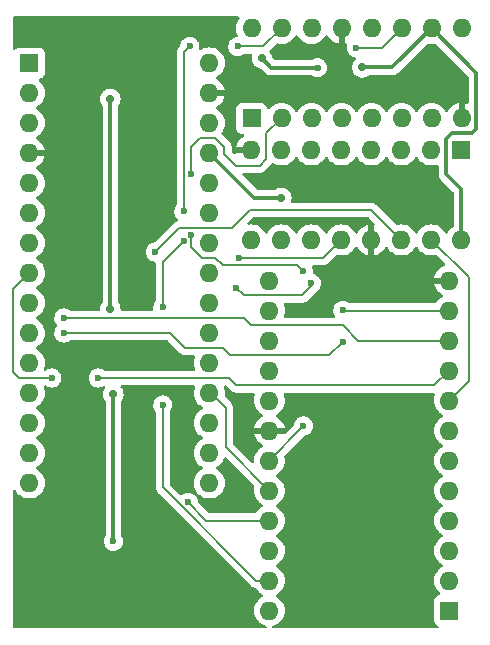
<source format=gbr>
%TF.GenerationSoftware,KiCad,Pcbnew,6.0.4+dfsg-1~bpo11+1*%
%TF.CreationDate,2022-04-07T01:30:11+04:30*%
%TF.ProjectId,EEPROM_Arduino_Programmer,45455052-4f4d-45f4-9172-6475696e6f5f,rev?*%
%TF.SameCoordinates,Original*%
%TF.FileFunction,Copper,L2,Bot*%
%TF.FilePolarity,Positive*%
%FSLAX46Y46*%
G04 Gerber Fmt 4.6, Leading zero omitted, Abs format (unit mm)*
G04 Created by KiCad (PCBNEW 6.0.4+dfsg-1~bpo11+1) date 2022-04-07 01:30:11*
%MOMM*%
%LPD*%
G01*
G04 APERTURE LIST*
%TA.AperFunction,ComponentPad*%
%ADD10R,1.600000X1.600000*%
%TD*%
%TA.AperFunction,ComponentPad*%
%ADD11O,1.600000X1.600000*%
%TD*%
%TA.AperFunction,ViaPad*%
%ADD12C,0.700000*%
%TD*%
%TA.AperFunction,ViaPad*%
%ADD13C,0.600000*%
%TD*%
%TA.AperFunction,Conductor*%
%ADD14C,0.200000*%
%TD*%
%TA.AperFunction,Conductor*%
%ADD15C,0.300000*%
%TD*%
G04 APERTURE END LIST*
D10*
%TO.P,Arduino Nano,1,D1/TX*%
%TO.N,unconnected-(A1-Pad1)*%
X148717000Y-63246000D03*
D11*
%TO.P,Arduino Nano,2,D0/RX*%
%TO.N,unconnected-(A1-Pad2)*%
X148717000Y-65786000D03*
%TO.P,Arduino Nano,3,~{RESET}*%
%TO.N,unconnected-(A1-Pad3)*%
X148717000Y-68326000D03*
%TO.P,Arduino Nano,4,GND*%
%TO.N,GND*%
X148717000Y-70866000D03*
%TO.P,Arduino Nano,5,D2*%
%TO.N,/clk*%
X148717000Y-73406000D03*
%TO.P,Arduino Nano,6,D3*%
%TO.N,/latch*%
X148717000Y-75946000D03*
%TO.P,Arduino Nano,7,D4*%
%TO.N,/data*%
X148717000Y-78486000D03*
%TO.P,Arduino Nano,8,D5*%
%TO.N,/D0*%
X148717000Y-81026000D03*
%TO.P,Arduino Nano,9,D6*%
%TO.N,/D1*%
X148717000Y-83566000D03*
%TO.P,Arduino Nano,10,D7*%
%TO.N,/D2*%
X148717000Y-86106000D03*
%TO.P,Arduino Nano,11,D8*%
%TO.N,/D3*%
X148717000Y-88646000D03*
%TO.P,Arduino Nano,12,D9*%
%TO.N,/D4*%
X148717000Y-91186000D03*
%TO.P,Arduino Nano,13,D10*%
%TO.N,/D5*%
X148717000Y-93726000D03*
%TO.P,Arduino Nano,14,D11*%
%TO.N,/D6*%
X148717000Y-96266000D03*
%TO.P,Arduino Nano,15,D12*%
%TO.N,/D7*%
X148717000Y-98806000D03*
%TO.P,Arduino Nano,16,D13*%
%TO.N,unconnected-(A1-Pad16)*%
X163957000Y-98806000D03*
%TO.P,Arduino Nano,17,3V3*%
%TO.N,unconnected-(A1-Pad17)*%
X163957000Y-96266000D03*
%TO.P,Arduino Nano,18,AREF*%
%TO.N,unconnected-(A1-Pad18)*%
X163957000Y-93726000D03*
%TO.P,Arduino Nano,19,A0*%
%TO.N,/~{OE}*%
X163957000Y-91186000D03*
%TO.P,Arduino Nano,20,A1*%
%TO.N,/~{WE}*%
X163957000Y-88646000D03*
%TO.P,Arduino Nano,21,A2*%
%TO.N,unconnected-(A1-Pad21)*%
X163957000Y-86106000D03*
%TO.P,Arduino Nano,22,A3*%
%TO.N,unconnected-(A1-Pad22)*%
X163957000Y-83566000D03*
%TO.P,Arduino Nano,23,A4*%
%TO.N,unconnected-(A1-Pad23)*%
X163957000Y-81026000D03*
%TO.P,Arduino Nano,24,A5*%
%TO.N,unconnected-(A1-Pad24)*%
X163957000Y-78486000D03*
%TO.P,Arduino Nano,25,A6*%
%TO.N,unconnected-(A1-Pad25)*%
X163957000Y-75946000D03*
%TO.P,Arduino Nano,26,A7*%
%TO.N,unconnected-(A1-Pad26)*%
X163957000Y-73406000D03*
%TO.P,Arduino Nano,27,+5V*%
%TO.N,VCC*%
X163957000Y-70866000D03*
%TO.P,Arduino Nano,28,~{RESET}*%
%TO.N,unconnected-(A1-Pad28)*%
X163957000Y-68326000D03*
%TO.P,Arduino Nano,29,GND*%
%TO.N,GND*%
X163957000Y-65786000D03*
%TO.P,Arduino Nano,30,VIN*%
%TO.N,unconnected-(A1-Pad30)*%
X163957000Y-63246000D03*
%TD*%
D10*
%TO.P,U3,1,A7*%
%TO.N,/A7*%
X184282000Y-109606000D03*
D11*
%TO.P,U3,2,A6*%
%TO.N,/A6*%
X184282000Y-107066000D03*
%TO.P,U3,3,A5*%
%TO.N,/A5*%
X184282000Y-104526000D03*
%TO.P,U3,4,A4*%
%TO.N,/A4*%
X184282000Y-101986000D03*
%TO.P,U3,5,A3*%
%TO.N,/A3*%
X184282000Y-99446000D03*
%TO.P,U3,6,A2*%
%TO.N,/A2*%
X184282000Y-96906000D03*
%TO.P,U3,7,A1*%
%TO.N,/A1*%
X184282000Y-94366000D03*
%TO.P,U3,8,A0*%
%TO.N,/A0*%
X184282000Y-91826000D03*
%TO.P,U3,9,I/O0*%
%TO.N,/D0*%
X184282000Y-89286000D03*
%TO.P,U3,10,I/O1*%
%TO.N,/D1*%
X184282000Y-86746000D03*
%TO.P,U3,11,I/O2*%
%TO.N,/D2*%
X184282000Y-84206000D03*
%TO.P,U3,12,GND*%
%TO.N,GND*%
X184282000Y-81666000D03*
%TO.P,U3,13,I/O3*%
%TO.N,/D3*%
X169042000Y-81666000D03*
%TO.P,U3,14,I/O4*%
%TO.N,/D4*%
X169042000Y-84206000D03*
%TO.P,U3,15,I/O5*%
%TO.N,/D5*%
X169042000Y-86746000D03*
%TO.P,U3,16,I/O6*%
%TO.N,/D6*%
X169042000Y-89286000D03*
%TO.P,U3,17*%
%TO.N,N/C*%
X169042000Y-91826000D03*
%TO.P,U3,18,~{CE}*%
%TO.N,GND*%
X169042000Y-94366000D03*
%TO.P,U3,19,A10*%
%TO.N,/A10*%
X169042000Y-96906000D03*
%TO.P,U3,20,~{OE}*%
%TO.N,/~{OE}*%
X169042000Y-99446000D03*
%TO.P,U3,21,~{WE}*%
%TO.N,/~{WE}*%
X169042000Y-101986000D03*
%TO.P,U3,22,A9*%
%TO.N,/A9*%
X169042000Y-104526000D03*
%TO.P,U3,23,A8*%
%TO.N,/A8*%
X169042000Y-107066000D03*
%TO.P,U3,24,VCC*%
%TO.N,VCC*%
X169042000Y-109606000D03*
%TD*%
D10*
%TO.P,U2,1,QB*%
%TO.N,/A9*%
X167528000Y-67935000D03*
D11*
%TO.P,U2,2,QC*%
%TO.N,/A10*%
X170068000Y-67935000D03*
%TO.P,U2,3,QD*%
%TO.N,unconnected-(U2-Pad3)*%
X172608000Y-67935000D03*
%TO.P,U2,4,QE*%
%TO.N,unconnected-(U2-Pad4)*%
X175148000Y-67935000D03*
%TO.P,U2,5,QF*%
%TO.N,unconnected-(U2-Pad5)*%
X177688000Y-67935000D03*
%TO.P,U2,6,QG*%
%TO.N,unconnected-(U2-Pad6)*%
X180228000Y-67935000D03*
%TO.P,U2,7,QH*%
%TO.N,unconnected-(U2-Pad7)*%
X182768000Y-67935000D03*
%TO.P,U2,8,GND*%
%TO.N,GND*%
X185308000Y-67935000D03*
%TO.P,U2,9,QH'*%
%TO.N,unconnected-(U2-Pad9)*%
X185308000Y-60315000D03*
%TO.P,U2,10,~{SRCLR}*%
%TO.N,VCC*%
X182768000Y-60315000D03*
%TO.P,U2,11,SRCLK*%
%TO.N,/latch*%
X180228000Y-60315000D03*
%TO.P,U2,12,RCLK*%
%TO.N,/clk*%
X177688000Y-60315000D03*
%TO.P,U2,13,~{OE}*%
%TO.N,GND*%
X175148000Y-60315000D03*
%TO.P,U2,14,SER*%
%TO.N,Net-(U1-Pad9)*%
X172608000Y-60315000D03*
%TO.P,U2,15,QA*%
%TO.N,/A8*%
X170068000Y-60315000D03*
%TO.P,U2,16,VCC*%
%TO.N,VCC*%
X167528000Y-60315000D03*
%TD*%
D10*
%TO.P,U1,1,QB*%
%TO.N,/A1*%
X185293000Y-70612000D03*
D11*
%TO.P,U1,2,QC*%
%TO.N,/A2*%
X182753000Y-70612000D03*
%TO.P,U1,3,QD*%
%TO.N,/A3*%
X180213000Y-70612000D03*
%TO.P,U1,4,QE*%
%TO.N,/A4*%
X177673000Y-70612000D03*
%TO.P,U1,5,QF*%
%TO.N,/A5*%
X175133000Y-70612000D03*
%TO.P,U1,6,QG*%
%TO.N,/A6*%
X172593000Y-70612000D03*
%TO.P,U1,7,QH*%
%TO.N,/A7*%
X170053000Y-70612000D03*
%TO.P,U1,8,GND*%
%TO.N,GND*%
X167513000Y-70612000D03*
%TO.P,U1,9,QH'*%
%TO.N,Net-(U1-Pad9)*%
X167513000Y-78232000D03*
%TO.P,U1,10,~{SRCLR}*%
%TO.N,VCC*%
X170053000Y-78232000D03*
%TO.P,U1,11,SRCLK*%
%TO.N,/latch*%
X172593000Y-78232000D03*
%TO.P,U1,12,RCLK*%
%TO.N,/clk*%
X175133000Y-78232000D03*
%TO.P,U1,13,~{OE}*%
%TO.N,GND*%
X177673000Y-78232000D03*
%TO.P,U1,14,SER*%
%TO.N,/data*%
X180213000Y-78232000D03*
%TO.P,U1,15,QA*%
%TO.N,/A0*%
X182753000Y-78232000D03*
%TO.P,U1,16,VCC*%
%TO.N,VCC*%
X185293000Y-78232000D03*
%TD*%
D12*
%TO.N,GND*%
X177673000Y-74676000D03*
X177673000Y-94361000D03*
X177673000Y-82931000D03*
X182132500Y-72517000D03*
D13*
%TO.N,/clk*%
X166497000Y-79756000D03*
%TO.N,/latch*%
X172593000Y-81915000D03*
X176403000Y-61976000D03*
X166243000Y-82296000D03*
%TO.N,/data*%
X159385000Y-79248000D03*
%TO.N,/D0*%
X154559000Y-89916000D03*
X150622000Y-89916000D03*
%TO.N,/D1*%
X151638000Y-84836000D03*
%TO.N,/D2*%
X175260000Y-86868000D03*
X175260000Y-84201000D03*
X151638000Y-86106000D03*
%TO.N,/~{WE}*%
X162179000Y-100457000D03*
D12*
%TO.N,VCC*%
X155575000Y-84074000D03*
X168402000Y-62865000D03*
D13*
X173115767Y-63641767D03*
D12*
X155829000Y-91313000D03*
D13*
X155829000Y-103759000D03*
D12*
X155575000Y-66294000D03*
X170053000Y-74676000D03*
X176911000Y-63627000D03*
D13*
%TO.N,/A10*%
X171922500Y-93980000D03*
X162433000Y-72644000D03*
X171922500Y-80899000D03*
X162433000Y-77851000D03*
%TO.N,/A8*%
X160020000Y-92202000D03*
X160020000Y-83947000D03*
X161798000Y-75819000D03*
X166370000Y-61849000D03*
X161798000Y-78359000D03*
X162306000Y-61849000D03*
%TD*%
D14*
%TO.N,/clk*%
X166497000Y-79756000D02*
X173609000Y-79756000D01*
X173609000Y-79756000D02*
X175133000Y-78232000D01*
%TO.N,/latch*%
X172593000Y-81915000D02*
X172593000Y-82169000D01*
X172593000Y-82169000D02*
X171831000Y-82931000D01*
X166878000Y-82931000D02*
X166243000Y-82296000D01*
X178567000Y-61976000D02*
X180228000Y-60315000D01*
X176403000Y-61976000D02*
X178567000Y-61976000D01*
X171831000Y-82931000D02*
X168402000Y-82931000D01*
X167640000Y-82931000D02*
X167259000Y-82931000D01*
X167259000Y-82931000D02*
X166878000Y-82931000D01*
X168402000Y-82931000D02*
X167640000Y-82931000D01*
%TO.N,/data*%
X159385000Y-79248000D02*
X161417000Y-77216000D01*
X177673000Y-75692000D02*
X180213000Y-78232000D01*
X161417000Y-77216000D02*
X165862000Y-77216000D01*
X165862000Y-77216000D02*
X167386000Y-75692000D01*
X167386000Y-75692000D02*
X177673000Y-75692000D01*
%TO.N,/D0*%
X147320000Y-82423000D02*
X147320000Y-89408000D01*
X148717000Y-81026000D02*
X147320000Y-82423000D01*
X154559000Y-89916000D02*
X165608000Y-89916000D01*
X147320000Y-89408000D02*
X147828000Y-89916000D01*
X166243000Y-90551000D02*
X183017000Y-90551000D01*
X183017000Y-90551000D02*
X184282000Y-89286000D01*
X165608000Y-89916000D02*
X166243000Y-90551000D01*
X147828000Y-89916000D02*
X150622000Y-89916000D01*
%TO.N,/D1*%
X166857056Y-84836000D02*
X167492056Y-85471000D01*
X151892000Y-84836000D02*
X166857056Y-84836000D01*
X167492056Y-85471000D02*
X175260000Y-85471000D01*
X175260000Y-85471000D02*
X176535000Y-86746000D01*
X176535000Y-86746000D02*
X184282000Y-86746000D01*
X151892000Y-84836000D02*
X151638000Y-84836000D01*
%TO.N,/D2*%
X165100000Y-87376000D02*
X165735000Y-88011000D01*
X175265000Y-84206000D02*
X184282000Y-84206000D01*
X160655000Y-86106000D02*
X161925000Y-87376000D01*
X165735000Y-88011000D02*
X174117000Y-88011000D01*
X174117000Y-88011000D02*
X175260000Y-86868000D01*
X151638000Y-86106000D02*
X160655000Y-86106000D01*
X175260000Y-84201000D02*
X175265000Y-84206000D01*
X161925000Y-87376000D02*
X165100000Y-87376000D01*
%TO.N,/~{OE}*%
X165354000Y-92456000D02*
X165354000Y-95758000D01*
X163957000Y-91186000D02*
X164084000Y-91186000D01*
X165354000Y-95758000D02*
X169042000Y-99446000D01*
X164084000Y-91186000D02*
X165354000Y-92456000D01*
%TO.N,/~{WE}*%
X162179000Y-100457000D02*
X163708000Y-101986000D01*
X163708000Y-101986000D02*
X169042000Y-101986000D01*
D15*
%TO.N,VCC*%
X184467500Y-69215000D02*
X186182000Y-69215000D01*
X167767000Y-74676000D02*
X163957000Y-70866000D01*
X186182000Y-69215000D02*
X186563000Y-68834000D01*
X184023000Y-72644000D02*
X184023000Y-69659500D01*
X176911000Y-63627000D02*
X179456000Y-63627000D01*
X184023000Y-69659500D02*
X184467500Y-69215000D01*
X170053000Y-74676000D02*
X167767000Y-74676000D01*
X185293000Y-73914000D02*
X184023000Y-72644000D01*
X169178767Y-63641767D02*
X168402000Y-62865000D01*
X155575000Y-84074000D02*
X155575000Y-66294000D01*
X186563000Y-64110000D02*
X182768000Y-60315000D01*
X179456000Y-63627000D02*
X182768000Y-60315000D01*
X185293000Y-78232000D02*
X185293000Y-73914000D01*
X186563000Y-68834000D02*
X186563000Y-64110000D01*
X155829000Y-103759000D02*
X155829000Y-91313000D01*
X173115767Y-63641767D02*
X169178767Y-63641767D01*
D14*
%TO.N,/A0*%
X182753000Y-78232000D02*
X185928000Y-81407000D01*
X185928000Y-81407000D02*
X185928000Y-90180000D01*
X185928000Y-90180000D02*
X184282000Y-91826000D01*
%TO.N,/A10*%
X171414500Y-80391000D02*
X171922500Y-80899000D01*
X163195000Y-69596000D02*
X162433000Y-70358000D01*
X170068000Y-67935000D02*
X168788000Y-69215000D01*
X164465000Y-69596000D02*
X163195000Y-69596000D01*
X162433000Y-78867000D02*
X163322000Y-79756000D01*
X164465000Y-79756000D02*
X165100000Y-80391000D01*
X171922500Y-93980000D02*
X171922500Y-94025500D01*
X168211500Y-71945500D02*
X166179500Y-71945500D01*
X165100000Y-80391000D02*
X171414500Y-80391000D01*
X165227000Y-70993000D02*
X165227000Y-70358000D01*
X163322000Y-79756000D02*
X164465000Y-79756000D01*
X168788000Y-69215000D02*
X168788000Y-71369000D01*
X165227000Y-70358000D02*
X164465000Y-69596000D01*
X171922500Y-94025500D02*
X169042000Y-96906000D01*
X162433000Y-70358000D02*
X162433000Y-72644000D01*
X162433000Y-77851000D02*
X162433000Y-78867000D01*
X168788000Y-71369000D02*
X168211500Y-71945500D01*
X166179500Y-71945500D02*
X165227000Y-70993000D01*
%TO.N,/A8*%
X168534000Y-61849000D02*
X170068000Y-60315000D01*
X161798000Y-62357000D02*
X162306000Y-61849000D01*
X167910630Y-107066000D02*
X169042000Y-107066000D01*
X161798000Y-78359000D02*
X160020000Y-80137000D01*
X160020000Y-80137000D02*
X160020000Y-83947000D01*
X160020000Y-99175370D02*
X167910630Y-107066000D01*
X160020000Y-92202000D02*
X160020000Y-99175370D01*
X166370000Y-61849000D02*
X168534000Y-61849000D01*
X161798000Y-75819000D02*
X161798000Y-62357000D01*
%TD*%
%TA.AperFunction,Conductor*%
%TO.N,GND*%
G36*
X166460753Y-59329502D02*
G01*
X166507246Y-59383158D01*
X166517350Y-59453432D01*
X166495846Y-59507769D01*
X166390477Y-59658251D01*
X166388154Y-59663233D01*
X166388151Y-59663238D01*
X166388150Y-59663241D01*
X166293716Y-59865757D01*
X166292294Y-59871065D01*
X166292293Y-59871067D01*
X166236041Y-60081002D01*
X166234457Y-60086913D01*
X166214502Y-60315000D01*
X166234457Y-60543087D01*
X166293716Y-60764243D01*
X166296039Y-60769225D01*
X166296041Y-60769230D01*
X166343428Y-60870853D01*
X166354089Y-60941044D01*
X166325109Y-61005857D01*
X166265689Y-61044713D01*
X166242403Y-61049412D01*
X166202289Y-61053628D01*
X166202288Y-61053628D01*
X166195288Y-61054364D01*
X166023579Y-61112818D01*
X166017575Y-61116512D01*
X165875095Y-61204166D01*
X165875092Y-61204168D01*
X165869088Y-61207862D01*
X165864053Y-61212793D01*
X165864050Y-61212795D01*
X165750127Y-61324357D01*
X165739493Y-61334771D01*
X165641235Y-61487238D01*
X165638826Y-61493858D01*
X165638824Y-61493861D01*
X165589929Y-61628200D01*
X165579197Y-61657685D01*
X165556463Y-61837640D01*
X165574163Y-62018160D01*
X165631418Y-62190273D01*
X165635065Y-62196295D01*
X165635066Y-62196297D01*
X165718239Y-62333632D01*
X165725380Y-62345424D01*
X165730269Y-62350487D01*
X165730270Y-62350488D01*
X165775071Y-62396880D01*
X165851382Y-62475902D01*
X165857278Y-62479760D01*
X165995051Y-62569916D01*
X166003159Y-62575222D01*
X166009763Y-62577678D01*
X166009765Y-62577679D01*
X166166558Y-62635990D01*
X166166560Y-62635990D01*
X166173168Y-62638448D01*
X166256995Y-62649633D01*
X166345980Y-62661507D01*
X166345984Y-62661507D01*
X166352961Y-62662438D01*
X166359972Y-62661800D01*
X166359976Y-62661800D01*
X166502459Y-62648832D01*
X166533600Y-62645998D01*
X166540302Y-62643820D01*
X166540304Y-62643820D01*
X166699409Y-62592124D01*
X166699412Y-62592123D01*
X166706108Y-62589947D01*
X166861912Y-62497069D01*
X166867013Y-62492212D01*
X166872626Y-62487951D01*
X166873385Y-62488952D01*
X166930090Y-62459762D01*
X166953860Y-62457500D01*
X167458301Y-62457500D01*
X167526422Y-62477502D01*
X167572915Y-62531158D01*
X167583019Y-62601432D01*
X167578135Y-62622432D01*
X167557635Y-62685525D01*
X167556945Y-62692088D01*
X167556945Y-62692089D01*
X167540649Y-62847131D01*
X167538771Y-62865000D01*
X167539461Y-62871565D01*
X167554285Y-63012598D01*
X167557635Y-63044475D01*
X167613401Y-63216107D01*
X167703633Y-63372393D01*
X167708051Y-63377300D01*
X167708052Y-63377301D01*
X167799984Y-63479402D01*
X167824387Y-63506504D01*
X167970385Y-63612578D01*
X167976413Y-63615262D01*
X167976415Y-63615263D01*
X168002777Y-63627000D01*
X168135248Y-63685980D01*
X168141703Y-63687352D01*
X168141706Y-63687353D01*
X168297451Y-63720457D01*
X168360350Y-63754609D01*
X168655108Y-64049367D01*
X168663098Y-64058148D01*
X168663106Y-64058157D01*
X168667351Y-64064847D01*
X168673126Y-64070270D01*
X168719040Y-64113386D01*
X168721882Y-64116141D01*
X168742434Y-64136693D01*
X168745568Y-64139124D01*
X168745930Y-64139405D01*
X168754958Y-64147115D01*
X168788634Y-64178739D01*
X168795585Y-64182560D01*
X168795586Y-64182561D01*
X168807422Y-64189068D01*
X168823951Y-64199925D01*
X168834636Y-64208214D01*
X168834638Y-64208215D01*
X168840898Y-64213071D01*
X168883311Y-64231424D01*
X168893948Y-64236635D01*
X168934430Y-64258891D01*
X168942109Y-64260863D01*
X168942110Y-64260863D01*
X168955201Y-64264224D01*
X168973903Y-64270626D01*
X168993590Y-64279146D01*
X169001419Y-64280386D01*
X169039215Y-64286372D01*
X169050841Y-64288780D01*
X169087902Y-64298296D01*
X169087903Y-64298296D01*
X169095579Y-64300267D01*
X169117025Y-64300267D01*
X169136735Y-64301818D01*
X169157918Y-64305173D01*
X169203902Y-64300826D01*
X169215761Y-64300267D01*
X172607874Y-64300267D01*
X172676867Y-64320835D01*
X172739247Y-64361655D01*
X172748926Y-64367989D01*
X172755530Y-64370445D01*
X172755532Y-64370446D01*
X172912325Y-64428757D01*
X172912327Y-64428757D01*
X172918935Y-64431215D01*
X173002762Y-64442400D01*
X173091747Y-64454274D01*
X173091751Y-64454274D01*
X173098728Y-64455205D01*
X173105739Y-64454567D01*
X173105743Y-64454567D01*
X173248226Y-64441599D01*
X173279367Y-64438765D01*
X173286069Y-64436587D01*
X173286071Y-64436587D01*
X173445176Y-64384891D01*
X173445179Y-64384890D01*
X173451875Y-64382714D01*
X173581951Y-64305173D01*
X173601627Y-64293444D01*
X173601629Y-64293443D01*
X173607679Y-64289836D01*
X173739033Y-64164749D01*
X173839410Y-64013669D01*
X173903822Y-63844105D01*
X173924743Y-63695243D01*
X173928515Y-63668406D01*
X173928515Y-63668403D01*
X173929066Y-63664484D01*
X173929383Y-63641767D01*
X173909164Y-63461512D01*
X173891906Y-63411953D01*
X173851831Y-63296873D01*
X173851829Y-63296870D01*
X173849512Y-63290215D01*
X173753393Y-63136391D01*
X173697441Y-63080047D01*
X173630545Y-63012682D01*
X173630541Y-63012679D01*
X173625582Y-63007685D01*
X173615129Y-63001051D01*
X173563836Y-62968500D01*
X173472433Y-62910494D01*
X173396072Y-62883303D01*
X173308192Y-62852010D01*
X173308187Y-62852009D01*
X173301557Y-62849648D01*
X173294569Y-62848815D01*
X173294566Y-62848814D01*
X173171465Y-62834135D01*
X173121447Y-62828171D01*
X173114444Y-62828907D01*
X173114443Y-62828907D01*
X172948055Y-62846395D01*
X172948053Y-62846396D01*
X172941055Y-62847131D01*
X172900738Y-62860856D01*
X172776016Y-62903314D01*
X172776013Y-62903315D01*
X172769346Y-62905585D01*
X172763348Y-62909275D01*
X172763346Y-62909276D01*
X172673443Y-62964585D01*
X172607421Y-62983267D01*
X169503717Y-62983267D01*
X169435596Y-62963265D01*
X169414621Y-62946362D01*
X169288789Y-62820529D01*
X169254764Y-62758217D01*
X169252575Y-62744606D01*
X169247055Y-62692088D01*
X169247055Y-62692086D01*
X169246365Y-62685525D01*
X169190599Y-62513893D01*
X169163180Y-62466401D01*
X169103670Y-62363328D01*
X169100367Y-62357607D01*
X169092447Y-62348811D01*
X169078780Y-62333632D01*
X169048063Y-62269624D01*
X169056828Y-62199171D01*
X169083322Y-62160227D01*
X169626868Y-61616681D01*
X169689180Y-61582655D01*
X169748574Y-61584069D01*
X169834598Y-61607119D01*
X169834600Y-61607119D01*
X169839913Y-61608543D01*
X170068000Y-61628498D01*
X170296087Y-61608543D01*
X170301400Y-61607119D01*
X170301402Y-61607119D01*
X170511933Y-61550707D01*
X170511935Y-61550706D01*
X170517243Y-61549284D01*
X170523235Y-61546490D01*
X170719762Y-61454849D01*
X170719767Y-61454846D01*
X170724749Y-61452523D01*
X170871741Y-61349598D01*
X170907789Y-61324357D01*
X170907792Y-61324355D01*
X170912300Y-61321198D01*
X171074198Y-61159300D01*
X171205523Y-60971749D01*
X171207847Y-60966765D01*
X171207849Y-60966762D01*
X171223805Y-60932543D01*
X171270722Y-60879258D01*
X171338999Y-60859797D01*
X171406959Y-60880339D01*
X171452195Y-60932543D01*
X171468151Y-60966762D01*
X171468153Y-60966765D01*
X171470477Y-60971749D01*
X171601802Y-61159300D01*
X171763700Y-61321198D01*
X171768208Y-61324355D01*
X171768211Y-61324357D01*
X171804259Y-61349598D01*
X171951251Y-61452523D01*
X171956233Y-61454846D01*
X171956238Y-61454849D01*
X172152765Y-61546490D01*
X172158757Y-61549284D01*
X172164065Y-61550706D01*
X172164067Y-61550707D01*
X172374598Y-61607119D01*
X172374600Y-61607119D01*
X172379913Y-61608543D01*
X172608000Y-61628498D01*
X172836087Y-61608543D01*
X172841400Y-61607119D01*
X172841402Y-61607119D01*
X173051933Y-61550707D01*
X173051935Y-61550706D01*
X173057243Y-61549284D01*
X173063235Y-61546490D01*
X173259762Y-61454849D01*
X173259767Y-61454846D01*
X173264749Y-61452523D01*
X173411741Y-61349598D01*
X173447789Y-61324357D01*
X173447792Y-61324355D01*
X173452300Y-61321198D01*
X173614198Y-61159300D01*
X173745523Y-60971749D01*
X173747847Y-60966765D01*
X173747849Y-60966762D01*
X173764081Y-60931951D01*
X173810998Y-60878666D01*
X173879275Y-60859205D01*
X173947235Y-60879747D01*
X173992471Y-60931951D01*
X174008586Y-60966511D01*
X174014069Y-60976007D01*
X174139028Y-61154467D01*
X174146084Y-61162875D01*
X174300125Y-61316916D01*
X174308533Y-61323972D01*
X174486993Y-61448931D01*
X174496489Y-61454414D01*
X174693947Y-61546490D01*
X174704239Y-61550236D01*
X174876503Y-61596394D01*
X174890599Y-61596058D01*
X174894000Y-61588116D01*
X174894000Y-60187000D01*
X174914002Y-60118879D01*
X174967658Y-60072386D01*
X175020000Y-60061000D01*
X175276000Y-60061000D01*
X175344121Y-60081002D01*
X175390614Y-60134658D01*
X175402000Y-60187000D01*
X175402000Y-61582967D01*
X175405973Y-61596498D01*
X175414522Y-61597727D01*
X175475163Y-61581478D01*
X175546139Y-61583168D01*
X175604935Y-61622962D01*
X175632883Y-61688226D01*
X175626176Y-61746278D01*
X175612197Y-61784685D01*
X175589463Y-61964640D01*
X175607163Y-62145160D01*
X175664418Y-62317273D01*
X175668065Y-62323295D01*
X175668066Y-62323297D01*
X175750712Y-62459762D01*
X175758380Y-62472424D01*
X175763269Y-62477487D01*
X175763270Y-62477488D01*
X175798426Y-62513893D01*
X175884382Y-62602902D01*
X175890278Y-62606760D01*
X176020673Y-62692088D01*
X176036159Y-62702222D01*
X176042763Y-62704678D01*
X176042765Y-62704679D01*
X176199558Y-62762990D01*
X176199560Y-62762990D01*
X176206168Y-62765448D01*
X176260421Y-62772687D01*
X176325297Y-62801523D01*
X176364285Y-62860856D01*
X176365006Y-62931849D01*
X176332258Y-62984479D01*
X176333387Y-62985496D01*
X176212633Y-63119607D01*
X176122401Y-63275893D01*
X176099825Y-63345375D01*
X176086159Y-63387437D01*
X176066635Y-63447525D01*
X176065945Y-63454088D01*
X176065945Y-63454089D01*
X176060952Y-63501593D01*
X176047771Y-63627000D01*
X176048461Y-63633565D01*
X176061184Y-63754609D01*
X176066635Y-63806475D01*
X176068675Y-63812753D01*
X176068675Y-63812754D01*
X176081000Y-63850687D01*
X176122401Y-63978107D01*
X176212633Y-64134393D01*
X176217051Y-64139300D01*
X176217052Y-64139301D01*
X176304251Y-64236145D01*
X176333387Y-64268504D01*
X176338729Y-64272385D01*
X176338731Y-64272387D01*
X176383857Y-64305173D01*
X176479385Y-64374578D01*
X176485413Y-64377262D01*
X176485415Y-64377263D01*
X176624986Y-64439404D01*
X176644248Y-64447980D01*
X176732508Y-64466740D01*
X176814311Y-64484128D01*
X176814315Y-64484128D01*
X176820768Y-64485500D01*
X177001232Y-64485500D01*
X177007685Y-64484128D01*
X177007689Y-64484128D01*
X177089492Y-64466740D01*
X177177752Y-64447980D01*
X177197014Y-64439404D01*
X177336585Y-64377263D01*
X177336587Y-64377262D01*
X177342615Y-64374578D01*
X177432099Y-64309564D01*
X177498967Y-64285705D01*
X177506160Y-64285500D01*
X179373944Y-64285500D01*
X179385800Y-64286059D01*
X179385803Y-64286059D01*
X179393537Y-64287788D01*
X179464369Y-64285562D01*
X179468327Y-64285500D01*
X179497432Y-64285500D01*
X179501832Y-64284944D01*
X179513664Y-64284012D01*
X179559831Y-64282562D01*
X179580421Y-64276580D01*
X179599782Y-64272570D01*
X179606770Y-64271688D01*
X179613204Y-64270875D01*
X179613205Y-64270875D01*
X179621064Y-64269882D01*
X179628429Y-64266966D01*
X179628433Y-64266965D01*
X179664021Y-64252874D01*
X179675231Y-64249035D01*
X179719600Y-64236145D01*
X179738065Y-64225225D01*
X179755805Y-64216534D01*
X179775756Y-64208635D01*
X179813129Y-64181482D01*
X179823048Y-64174967D01*
X179855977Y-64155493D01*
X179855981Y-64155490D01*
X179862807Y-64151453D01*
X179877971Y-64136289D01*
X179893005Y-64123448D01*
X179903943Y-64115501D01*
X179910357Y-64110841D01*
X179939803Y-64075247D01*
X179947792Y-64066468D01*
X182382636Y-61631624D01*
X182444948Y-61597598D01*
X182504341Y-61599012D01*
X182532234Y-61606485D01*
X182539913Y-61608543D01*
X182768000Y-61628498D01*
X182996087Y-61608543D01*
X183003766Y-61606485D01*
X183031659Y-61599012D01*
X183102635Y-61600702D01*
X183153364Y-61631624D01*
X185867595Y-64345854D01*
X185901621Y-64408166D01*
X185904500Y-64434949D01*
X185904500Y-66576484D01*
X185884498Y-66644605D01*
X185830842Y-66691098D01*
X185760568Y-66701202D01*
X185745889Y-66698191D01*
X185579497Y-66653606D01*
X185565401Y-66653942D01*
X185562000Y-66661884D01*
X185562000Y-68063000D01*
X185541998Y-68131121D01*
X185488342Y-68177614D01*
X185436000Y-68189000D01*
X185180000Y-68189000D01*
X185111879Y-68168998D01*
X185065386Y-68115342D01*
X185054000Y-68063000D01*
X185054000Y-66667033D01*
X185050027Y-66653502D01*
X185041478Y-66652273D01*
X184864239Y-66699764D01*
X184853947Y-66703510D01*
X184656489Y-66795586D01*
X184646993Y-66801069D01*
X184468533Y-66926028D01*
X184460125Y-66933084D01*
X184306084Y-67087125D01*
X184299028Y-67095533D01*
X184174069Y-67273993D01*
X184168586Y-67283489D01*
X184152471Y-67318049D01*
X184105554Y-67371334D01*
X184037277Y-67390795D01*
X183969317Y-67370253D01*
X183924081Y-67318049D01*
X183907849Y-67283238D01*
X183907846Y-67283233D01*
X183905523Y-67278251D01*
X183807648Y-67138471D01*
X183777357Y-67095211D01*
X183777355Y-67095208D01*
X183774198Y-67090700D01*
X183612300Y-66928802D01*
X183607792Y-66925645D01*
X183607789Y-66925643D01*
X183529611Y-66870902D01*
X183424749Y-66797477D01*
X183419767Y-66795154D01*
X183419762Y-66795151D01*
X183222225Y-66703039D01*
X183222224Y-66703039D01*
X183217243Y-66700716D01*
X183211935Y-66699294D01*
X183211933Y-66699293D01*
X183001402Y-66642881D01*
X183001400Y-66642881D01*
X182996087Y-66641457D01*
X182768000Y-66621502D01*
X182539913Y-66641457D01*
X182534600Y-66642881D01*
X182534598Y-66642881D01*
X182324067Y-66699293D01*
X182324065Y-66699294D01*
X182318757Y-66700716D01*
X182313776Y-66703039D01*
X182313775Y-66703039D01*
X182116238Y-66795151D01*
X182116233Y-66795154D01*
X182111251Y-66797477D01*
X182006389Y-66870902D01*
X181928211Y-66925643D01*
X181928208Y-66925645D01*
X181923700Y-66928802D01*
X181761802Y-67090700D01*
X181758645Y-67095208D01*
X181758643Y-67095211D01*
X181728352Y-67138471D01*
X181630477Y-67278251D01*
X181628154Y-67283233D01*
X181628151Y-67283238D01*
X181612195Y-67317457D01*
X181565278Y-67370742D01*
X181497001Y-67390203D01*
X181429041Y-67369661D01*
X181383805Y-67317457D01*
X181367849Y-67283238D01*
X181367846Y-67283233D01*
X181365523Y-67278251D01*
X181267648Y-67138471D01*
X181237357Y-67095211D01*
X181237355Y-67095208D01*
X181234198Y-67090700D01*
X181072300Y-66928802D01*
X181067792Y-66925645D01*
X181067789Y-66925643D01*
X180989611Y-66870902D01*
X180884749Y-66797477D01*
X180879767Y-66795154D01*
X180879762Y-66795151D01*
X180682225Y-66703039D01*
X180682224Y-66703039D01*
X180677243Y-66700716D01*
X180671935Y-66699294D01*
X180671933Y-66699293D01*
X180461402Y-66642881D01*
X180461400Y-66642881D01*
X180456087Y-66641457D01*
X180228000Y-66621502D01*
X179999913Y-66641457D01*
X179994600Y-66642881D01*
X179994598Y-66642881D01*
X179784067Y-66699293D01*
X179784065Y-66699294D01*
X179778757Y-66700716D01*
X179773776Y-66703039D01*
X179773775Y-66703039D01*
X179576238Y-66795151D01*
X179576233Y-66795154D01*
X179571251Y-66797477D01*
X179466389Y-66870902D01*
X179388211Y-66925643D01*
X179388208Y-66925645D01*
X179383700Y-66928802D01*
X179221802Y-67090700D01*
X179218645Y-67095208D01*
X179218643Y-67095211D01*
X179188352Y-67138471D01*
X179090477Y-67278251D01*
X179088154Y-67283233D01*
X179088151Y-67283238D01*
X179072195Y-67317457D01*
X179025278Y-67370742D01*
X178957001Y-67390203D01*
X178889041Y-67369661D01*
X178843805Y-67317457D01*
X178827849Y-67283238D01*
X178827846Y-67283233D01*
X178825523Y-67278251D01*
X178727648Y-67138471D01*
X178697357Y-67095211D01*
X178697355Y-67095208D01*
X178694198Y-67090700D01*
X178532300Y-66928802D01*
X178527792Y-66925645D01*
X178527789Y-66925643D01*
X178449611Y-66870902D01*
X178344749Y-66797477D01*
X178339767Y-66795154D01*
X178339762Y-66795151D01*
X178142225Y-66703039D01*
X178142224Y-66703039D01*
X178137243Y-66700716D01*
X178131935Y-66699294D01*
X178131933Y-66699293D01*
X177921402Y-66642881D01*
X177921400Y-66642881D01*
X177916087Y-66641457D01*
X177688000Y-66621502D01*
X177459913Y-66641457D01*
X177454600Y-66642881D01*
X177454598Y-66642881D01*
X177244067Y-66699293D01*
X177244065Y-66699294D01*
X177238757Y-66700716D01*
X177233776Y-66703039D01*
X177233775Y-66703039D01*
X177036238Y-66795151D01*
X177036233Y-66795154D01*
X177031251Y-66797477D01*
X176926389Y-66870902D01*
X176848211Y-66925643D01*
X176848208Y-66925645D01*
X176843700Y-66928802D01*
X176681802Y-67090700D01*
X176678645Y-67095208D01*
X176678643Y-67095211D01*
X176648352Y-67138471D01*
X176550477Y-67278251D01*
X176548154Y-67283233D01*
X176548151Y-67283238D01*
X176532195Y-67317457D01*
X176485278Y-67370742D01*
X176417001Y-67390203D01*
X176349041Y-67369661D01*
X176303805Y-67317457D01*
X176287849Y-67283238D01*
X176287846Y-67283233D01*
X176285523Y-67278251D01*
X176187648Y-67138471D01*
X176157357Y-67095211D01*
X176157355Y-67095208D01*
X176154198Y-67090700D01*
X175992300Y-66928802D01*
X175987792Y-66925645D01*
X175987789Y-66925643D01*
X175909611Y-66870902D01*
X175804749Y-66797477D01*
X175799767Y-66795154D01*
X175799762Y-66795151D01*
X175602225Y-66703039D01*
X175602224Y-66703039D01*
X175597243Y-66700716D01*
X175591935Y-66699294D01*
X175591933Y-66699293D01*
X175381402Y-66642881D01*
X175381400Y-66642881D01*
X175376087Y-66641457D01*
X175148000Y-66621502D01*
X174919913Y-66641457D01*
X174914600Y-66642881D01*
X174914598Y-66642881D01*
X174704067Y-66699293D01*
X174704065Y-66699294D01*
X174698757Y-66700716D01*
X174693776Y-66703039D01*
X174693775Y-66703039D01*
X174496238Y-66795151D01*
X174496233Y-66795154D01*
X174491251Y-66797477D01*
X174386389Y-66870902D01*
X174308211Y-66925643D01*
X174308208Y-66925645D01*
X174303700Y-66928802D01*
X174141802Y-67090700D01*
X174138645Y-67095208D01*
X174138643Y-67095211D01*
X174108352Y-67138471D01*
X174010477Y-67278251D01*
X174008154Y-67283233D01*
X174008151Y-67283238D01*
X173992195Y-67317457D01*
X173945278Y-67370742D01*
X173877001Y-67390203D01*
X173809041Y-67369661D01*
X173763805Y-67317457D01*
X173747849Y-67283238D01*
X173747846Y-67283233D01*
X173745523Y-67278251D01*
X173647648Y-67138471D01*
X173617357Y-67095211D01*
X173617355Y-67095208D01*
X173614198Y-67090700D01*
X173452300Y-66928802D01*
X173447792Y-66925645D01*
X173447789Y-66925643D01*
X173369611Y-66870902D01*
X173264749Y-66797477D01*
X173259767Y-66795154D01*
X173259762Y-66795151D01*
X173062225Y-66703039D01*
X173062224Y-66703039D01*
X173057243Y-66700716D01*
X173051935Y-66699294D01*
X173051933Y-66699293D01*
X172841402Y-66642881D01*
X172841400Y-66642881D01*
X172836087Y-66641457D01*
X172608000Y-66621502D01*
X172379913Y-66641457D01*
X172374600Y-66642881D01*
X172374598Y-66642881D01*
X172164067Y-66699293D01*
X172164065Y-66699294D01*
X172158757Y-66700716D01*
X172153776Y-66703039D01*
X172153775Y-66703039D01*
X171956238Y-66795151D01*
X171956233Y-66795154D01*
X171951251Y-66797477D01*
X171846389Y-66870902D01*
X171768211Y-66925643D01*
X171768208Y-66925645D01*
X171763700Y-66928802D01*
X171601802Y-67090700D01*
X171598645Y-67095208D01*
X171598643Y-67095211D01*
X171568352Y-67138471D01*
X171470477Y-67278251D01*
X171468154Y-67283233D01*
X171468151Y-67283238D01*
X171452195Y-67317457D01*
X171405278Y-67370742D01*
X171337001Y-67390203D01*
X171269041Y-67369661D01*
X171223805Y-67317457D01*
X171207849Y-67283238D01*
X171207846Y-67283233D01*
X171205523Y-67278251D01*
X171107648Y-67138471D01*
X171077357Y-67095211D01*
X171077355Y-67095208D01*
X171074198Y-67090700D01*
X170912300Y-66928802D01*
X170907792Y-66925645D01*
X170907789Y-66925643D01*
X170829611Y-66870902D01*
X170724749Y-66797477D01*
X170719767Y-66795154D01*
X170719762Y-66795151D01*
X170522225Y-66703039D01*
X170522224Y-66703039D01*
X170517243Y-66700716D01*
X170511935Y-66699294D01*
X170511933Y-66699293D01*
X170301402Y-66642881D01*
X170301400Y-66642881D01*
X170296087Y-66641457D01*
X170068000Y-66621502D01*
X169839913Y-66641457D01*
X169834600Y-66642881D01*
X169834598Y-66642881D01*
X169624067Y-66699293D01*
X169624065Y-66699294D01*
X169618757Y-66700716D01*
X169613776Y-66703039D01*
X169613775Y-66703039D01*
X169416238Y-66795151D01*
X169416233Y-66795154D01*
X169411251Y-66797477D01*
X169306389Y-66870902D01*
X169228211Y-66925643D01*
X169228208Y-66925645D01*
X169223700Y-66928802D01*
X169061802Y-67090700D01*
X169058643Y-67095211D01*
X169055108Y-67099424D01*
X169053974Y-67098473D01*
X169003929Y-67138471D01*
X168933310Y-67145776D01*
X168869951Y-67113742D01*
X168833970Y-67052538D01*
X168830918Y-67035483D01*
X168829745Y-67024684D01*
X168778615Y-66888295D01*
X168691261Y-66771739D01*
X168574705Y-66684385D01*
X168438316Y-66633255D01*
X168376134Y-66626500D01*
X166679866Y-66626500D01*
X166617684Y-66633255D01*
X166481295Y-66684385D01*
X166364739Y-66771739D01*
X166277385Y-66888295D01*
X166226255Y-67024684D01*
X166219500Y-67086866D01*
X166219500Y-68783134D01*
X166226255Y-68845316D01*
X166277385Y-68981705D01*
X166364739Y-69098261D01*
X166481295Y-69185615D01*
X166617684Y-69236745D01*
X166679866Y-69243500D01*
X166788040Y-69243500D01*
X166856161Y-69263502D01*
X166902654Y-69317158D01*
X166912758Y-69387432D01*
X166883264Y-69452012D01*
X166856146Y-69474403D01*
X166856502Y-69474912D01*
X166673533Y-69603028D01*
X166665125Y-69610084D01*
X166511084Y-69764125D01*
X166504028Y-69772533D01*
X166379069Y-69950993D01*
X166373586Y-69960489D01*
X166281510Y-70157947D01*
X166277764Y-70168239D01*
X166231606Y-70340503D01*
X166231942Y-70354599D01*
X166239884Y-70358000D01*
X167641000Y-70358000D01*
X167709121Y-70378002D01*
X167755614Y-70431658D01*
X167767000Y-70484000D01*
X167767000Y-70740000D01*
X167746998Y-70808121D01*
X167693342Y-70854614D01*
X167641000Y-70866000D01*
X166245033Y-70866000D01*
X166229794Y-70870475D01*
X166222513Y-70878878D01*
X166204270Y-70918822D01*
X166144543Y-70957205D01*
X166073546Y-70957203D01*
X166019952Y-70925403D01*
X165872405Y-70777856D01*
X165838379Y-70715544D01*
X165835500Y-70688761D01*
X165835500Y-70406136D01*
X165836578Y-70389690D01*
X165839672Y-70366188D01*
X165840750Y-70358000D01*
X165835500Y-70318120D01*
X165835500Y-70318115D01*
X165820542Y-70204500D01*
X165819838Y-70199149D01*
X165758524Y-70051124D01*
X165685478Y-69955929D01*
X165685474Y-69955925D01*
X165681498Y-69950743D01*
X165666016Y-69930566D01*
X165666013Y-69930563D01*
X165660987Y-69924013D01*
X165654432Y-69918983D01*
X165635621Y-69904548D01*
X165623230Y-69893681D01*
X165011869Y-69282320D01*
X164977843Y-69220008D01*
X164982908Y-69149193D01*
X164997751Y-69120954D01*
X165091366Y-68987258D01*
X165091367Y-68987256D01*
X165094523Y-68982749D01*
X165096846Y-68977767D01*
X165096849Y-68977762D01*
X165188961Y-68780225D01*
X165188961Y-68780224D01*
X165191284Y-68775243D01*
X165203097Y-68731159D01*
X165249119Y-68559402D01*
X165249119Y-68559400D01*
X165250543Y-68554087D01*
X165270498Y-68326000D01*
X165250543Y-68097913D01*
X165191284Y-67876757D01*
X165112085Y-67706913D01*
X165096849Y-67674238D01*
X165096846Y-67674233D01*
X165094523Y-67669251D01*
X164963198Y-67481700D01*
X164801300Y-67319802D01*
X164796792Y-67316645D01*
X164796789Y-67316643D01*
X164718611Y-67261902D01*
X164613749Y-67188477D01*
X164608767Y-67186154D01*
X164608762Y-67186151D01*
X164573951Y-67169919D01*
X164520666Y-67123002D01*
X164501205Y-67054725D01*
X164521747Y-66986765D01*
X164573951Y-66941529D01*
X164608511Y-66925414D01*
X164618007Y-66919931D01*
X164796467Y-66794972D01*
X164804875Y-66787916D01*
X164958916Y-66633875D01*
X164965972Y-66625467D01*
X165090931Y-66447007D01*
X165096414Y-66437511D01*
X165188490Y-66240053D01*
X165192236Y-66229761D01*
X165238394Y-66057497D01*
X165238058Y-66043401D01*
X165230116Y-66040000D01*
X163829000Y-66040000D01*
X163760879Y-66019998D01*
X163714386Y-65966342D01*
X163703000Y-65914000D01*
X163703000Y-65658000D01*
X163723002Y-65589879D01*
X163776658Y-65543386D01*
X163829000Y-65532000D01*
X165224967Y-65532000D01*
X165238498Y-65528027D01*
X165239727Y-65519478D01*
X165192236Y-65342239D01*
X165188490Y-65331947D01*
X165096414Y-65134489D01*
X165090931Y-65124993D01*
X164965972Y-64946533D01*
X164958916Y-64938125D01*
X164804875Y-64784084D01*
X164796467Y-64777028D01*
X164618007Y-64652069D01*
X164608511Y-64646586D01*
X164573951Y-64630471D01*
X164520666Y-64583554D01*
X164501205Y-64515277D01*
X164521747Y-64447317D01*
X164573951Y-64402081D01*
X164608762Y-64385849D01*
X164608767Y-64385846D01*
X164613749Y-64383523D01*
X164725644Y-64305173D01*
X164796789Y-64255357D01*
X164796792Y-64255355D01*
X164801300Y-64252198D01*
X164963198Y-64090300D01*
X164976941Y-64070674D01*
X165037749Y-63983830D01*
X165094523Y-63902749D01*
X165096846Y-63897767D01*
X165096849Y-63897762D01*
X165188961Y-63700225D01*
X165188961Y-63700224D01*
X165191284Y-63695243D01*
X165194486Y-63683295D01*
X165249119Y-63479402D01*
X165249119Y-63479400D01*
X165250543Y-63474087D01*
X165270498Y-63246000D01*
X165250543Y-63017913D01*
X165249119Y-63012598D01*
X165192707Y-62802067D01*
X165192706Y-62802065D01*
X165191284Y-62796757D01*
X165177119Y-62766380D01*
X165096849Y-62594238D01*
X165096846Y-62594233D01*
X165094523Y-62589251D01*
X165016275Y-62477502D01*
X164966357Y-62406211D01*
X164966355Y-62406208D01*
X164963198Y-62401700D01*
X164801300Y-62239802D01*
X164796792Y-62236645D01*
X164796789Y-62236643D01*
X164675683Y-62151844D01*
X164613749Y-62108477D01*
X164608767Y-62106154D01*
X164608762Y-62106151D01*
X164411225Y-62014039D01*
X164411224Y-62014039D01*
X164406243Y-62011716D01*
X164400935Y-62010294D01*
X164400933Y-62010293D01*
X164190402Y-61953881D01*
X164190400Y-61953881D01*
X164185087Y-61952457D01*
X163957000Y-61932502D01*
X163728913Y-61952457D01*
X163723600Y-61953881D01*
X163723598Y-61953881D01*
X163513067Y-62010293D01*
X163513065Y-62010294D01*
X163507757Y-62011716D01*
X163502776Y-62014039D01*
X163502775Y-62014039D01*
X163305238Y-62106151D01*
X163305233Y-62106154D01*
X163300251Y-62108477D01*
X163295744Y-62111633D01*
X163290981Y-62114383D01*
X163289673Y-62112118D01*
X163232797Y-62131327D01*
X163163929Y-62114072D01*
X163115323Y-62062323D01*
X163102972Y-61987893D01*
X163118748Y-61875642D01*
X163118749Y-61875632D01*
X163119299Y-61871717D01*
X163119616Y-61849000D01*
X163099397Y-61668745D01*
X163097080Y-61662091D01*
X163042064Y-61504106D01*
X163042062Y-61504103D01*
X163039745Y-61497448D01*
X163017452Y-61461771D01*
X162947359Y-61349598D01*
X162943626Y-61343624D01*
X162917104Y-61316916D01*
X162820778Y-61219915D01*
X162820774Y-61219912D01*
X162815815Y-61214918D01*
X162804697Y-61207862D01*
X162733066Y-61162404D01*
X162662666Y-61117727D01*
X162617081Y-61101495D01*
X162498425Y-61059243D01*
X162498420Y-61059242D01*
X162491790Y-61056881D01*
X162484802Y-61056048D01*
X162484799Y-61056047D01*
X162361698Y-61041368D01*
X162311680Y-61035404D01*
X162304677Y-61036140D01*
X162304676Y-61036140D01*
X162138288Y-61053628D01*
X162138286Y-61053629D01*
X162131288Y-61054364D01*
X161959579Y-61112818D01*
X161953575Y-61116512D01*
X161811095Y-61204166D01*
X161811092Y-61204168D01*
X161805088Y-61207862D01*
X161800053Y-61212793D01*
X161800050Y-61212795D01*
X161686127Y-61324357D01*
X161675493Y-61334771D01*
X161577235Y-61487238D01*
X161574826Y-61493858D01*
X161574824Y-61493861D01*
X161525929Y-61628200D01*
X161515197Y-61657685D01*
X161514314Y-61664675D01*
X161503025Y-61754034D01*
X161474643Y-61819111D01*
X161467114Y-61827337D01*
X161401766Y-61892685D01*
X161389375Y-61903552D01*
X161364013Y-61923013D01*
X161339526Y-61954925D01*
X161339523Y-61954928D01*
X161332071Y-61964640D01*
X161272367Y-62042447D01*
X161266476Y-62050124D01*
X161205162Y-62198149D01*
X161202647Y-62217251D01*
X161189500Y-62317115D01*
X161189500Y-62317120D01*
X161184250Y-62357000D01*
X161185328Y-62365188D01*
X161188422Y-62388690D01*
X161189500Y-62405136D01*
X161189500Y-75234164D01*
X161169498Y-75302285D01*
X161168188Y-75304090D01*
X161167493Y-75304771D01*
X161165894Y-75307253D01*
X161165892Y-75307255D01*
X161117198Y-75382814D01*
X161069235Y-75457238D01*
X161066826Y-75463858D01*
X161066824Y-75463861D01*
X161052918Y-75502067D01*
X161007197Y-75627685D01*
X160984463Y-75807640D01*
X161002163Y-75988160D01*
X161059418Y-76160273D01*
X161063065Y-76166295D01*
X161063066Y-76166297D01*
X161144342Y-76300500D01*
X161153380Y-76315424D01*
X161158270Y-76320487D01*
X161158274Y-76320493D01*
X161267034Y-76433116D01*
X161299967Y-76496012D01*
X161293667Y-76566729D01*
X161250136Y-76622813D01*
X161224617Y-76637051D01*
X161110124Y-76684476D01*
X161029768Y-76746136D01*
X160983013Y-76782013D01*
X160973664Y-76794197D01*
X160963548Y-76807380D01*
X160952681Y-76819771D01*
X159363417Y-78409035D01*
X159301105Y-78443061D01*
X159287496Y-78445249D01*
X159263288Y-78447794D01*
X159217296Y-78452627D01*
X159217292Y-78452628D01*
X159210288Y-78453364D01*
X159038579Y-78511818D01*
X159032575Y-78515512D01*
X158890095Y-78603166D01*
X158890092Y-78603168D01*
X158884088Y-78606862D01*
X158879053Y-78611793D01*
X158879050Y-78611795D01*
X158769166Y-78719402D01*
X158754493Y-78733771D01*
X158656235Y-78886238D01*
X158653826Y-78892858D01*
X158653824Y-78892861D01*
X158599867Y-79041107D01*
X158594197Y-79056685D01*
X158571463Y-79236640D01*
X158589163Y-79417160D01*
X158646418Y-79589273D01*
X158650065Y-79595295D01*
X158650066Y-79595297D01*
X158696696Y-79672292D01*
X158740380Y-79744424D01*
X158745269Y-79749487D01*
X158745270Y-79749488D01*
X158757834Y-79762498D01*
X158866382Y-79874902D01*
X159018159Y-79974222D01*
X159024763Y-79976678D01*
X159024765Y-79976679D01*
X159181558Y-80034990D01*
X159181560Y-80034990D01*
X159188168Y-80037448D01*
X159195153Y-80038380D01*
X159195157Y-80038381D01*
X159301148Y-80052523D01*
X159366025Y-80081359D01*
X159405013Y-80140692D01*
X159409405Y-80160965D01*
X159410424Y-80168703D01*
X159411500Y-80185136D01*
X159411500Y-83362164D01*
X159391498Y-83430285D01*
X159390188Y-83432090D01*
X159389493Y-83432771D01*
X159387894Y-83435253D01*
X159387892Y-83435255D01*
X159363241Y-83473506D01*
X159291235Y-83585238D01*
X159288826Y-83591858D01*
X159288824Y-83591861D01*
X159281073Y-83613158D01*
X159229197Y-83755685D01*
X159206463Y-83935640D01*
X159215052Y-84023238D01*
X159221520Y-84089205D01*
X159208260Y-84158952D01*
X159159398Y-84210459D01*
X159096121Y-84227500D01*
X156562033Y-84227500D01*
X156493912Y-84207498D01*
X156447419Y-84153842D01*
X156436723Y-84088330D01*
X156437539Y-84080566D01*
X156437539Y-84080565D01*
X156438229Y-84074000D01*
X156425297Y-83950962D01*
X156420055Y-83901089D01*
X156420055Y-83901088D01*
X156419365Y-83894525D01*
X156363599Y-83722893D01*
X156273367Y-83566607D01*
X156265862Y-83558272D01*
X156235146Y-83494266D01*
X156233500Y-83473964D01*
X156233500Y-66894036D01*
X156253502Y-66825915D01*
X156265858Y-66809733D01*
X156273367Y-66801393D01*
X156363599Y-66645107D01*
X156419365Y-66473475D01*
X156438229Y-66294000D01*
X156419365Y-66114525D01*
X156363599Y-65942893D01*
X156273367Y-65786607D01*
X156188094Y-65691901D01*
X156157035Y-65657407D01*
X156157034Y-65657406D01*
X156152613Y-65652496D01*
X156115845Y-65625782D01*
X156011957Y-65550303D01*
X156011956Y-65550302D01*
X156006615Y-65546422D01*
X156000587Y-65543738D01*
X156000585Y-65543737D01*
X155847783Y-65475705D01*
X155847781Y-65475705D01*
X155841752Y-65473020D01*
X155753492Y-65454260D01*
X155671689Y-65436872D01*
X155671685Y-65436872D01*
X155665232Y-65435500D01*
X155484768Y-65435500D01*
X155478315Y-65436872D01*
X155478311Y-65436872D01*
X155396508Y-65454260D01*
X155308248Y-65473020D01*
X155302219Y-65475704D01*
X155302217Y-65475705D01*
X155149416Y-65543737D01*
X155149414Y-65543738D01*
X155143386Y-65546422D01*
X155138045Y-65550302D01*
X155138044Y-65550303D01*
X155002731Y-65648613D01*
X155002729Y-65648615D01*
X154997387Y-65652496D01*
X154992966Y-65657406D01*
X154992965Y-65657407D01*
X154961907Y-65691901D01*
X154876633Y-65786607D01*
X154786401Y-65942893D01*
X154730635Y-66114525D01*
X154711771Y-66294000D01*
X154730635Y-66473475D01*
X154786401Y-66645107D01*
X154876633Y-66801393D01*
X154884138Y-66809728D01*
X154914854Y-66873734D01*
X154916500Y-66894036D01*
X154916500Y-83473964D01*
X154896498Y-83542085D01*
X154884142Y-83558267D01*
X154876633Y-83566607D01*
X154786401Y-83722893D01*
X154730635Y-83894525D01*
X154729945Y-83901088D01*
X154729945Y-83901089D01*
X154724703Y-83950962D01*
X154711771Y-84074000D01*
X154712461Y-84080565D01*
X154712461Y-84080566D01*
X154713277Y-84088330D01*
X154700505Y-84158168D01*
X154652003Y-84210015D01*
X154587967Y-84227500D01*
X152222751Y-84227500D01*
X152154630Y-84207498D01*
X152150157Y-84204276D01*
X152147815Y-84201918D01*
X152136697Y-84194862D01*
X152064962Y-84149338D01*
X151994666Y-84104727D01*
X151948618Y-84088330D01*
X151830425Y-84046243D01*
X151830420Y-84046242D01*
X151823790Y-84043881D01*
X151816802Y-84043048D01*
X151816799Y-84043047D01*
X151693698Y-84028368D01*
X151643680Y-84022404D01*
X151636677Y-84023140D01*
X151636676Y-84023140D01*
X151470288Y-84040628D01*
X151470286Y-84040629D01*
X151463288Y-84041364D01*
X151291579Y-84099818D01*
X151285575Y-84103512D01*
X151143095Y-84191166D01*
X151143092Y-84191168D01*
X151137088Y-84194862D01*
X151132053Y-84199793D01*
X151132050Y-84199795D01*
X151012525Y-84316843D01*
X151007493Y-84321771D01*
X150909235Y-84474238D01*
X150906826Y-84480858D01*
X150906824Y-84480861D01*
X150874001Y-84571041D01*
X150847197Y-84644685D01*
X150824463Y-84824640D01*
X150842163Y-85005160D01*
X150899418Y-85177273D01*
X150903065Y-85183295D01*
X150903066Y-85183297D01*
X150922720Y-85215749D01*
X150993380Y-85332424D01*
X151021753Y-85361805D01*
X151042042Y-85382815D01*
X151074974Y-85445712D01*
X151068674Y-85516428D01*
X151039565Y-85560364D01*
X151007493Y-85591771D01*
X150909235Y-85744238D01*
X150906826Y-85750858D01*
X150906824Y-85750861D01*
X150853111Y-85898437D01*
X150847197Y-85914685D01*
X150824463Y-86094640D01*
X150842163Y-86275160D01*
X150899418Y-86447273D01*
X150903065Y-86453295D01*
X150903066Y-86453297D01*
X150984797Y-86588251D01*
X150993380Y-86602424D01*
X150998269Y-86607487D01*
X150998270Y-86607488D01*
X151069068Y-86680801D01*
X151119382Y-86732902D01*
X151271159Y-86832222D01*
X151277763Y-86834678D01*
X151277765Y-86834679D01*
X151434558Y-86892990D01*
X151434560Y-86892990D01*
X151441168Y-86895448D01*
X151524995Y-86906633D01*
X151613980Y-86918507D01*
X151613984Y-86918507D01*
X151620961Y-86919438D01*
X151627972Y-86918800D01*
X151627976Y-86918800D01*
X151770459Y-86905832D01*
X151801600Y-86902998D01*
X151808302Y-86900820D01*
X151808304Y-86900820D01*
X151967409Y-86849124D01*
X151967412Y-86849123D01*
X151974108Y-86846947D01*
X152129912Y-86754069D01*
X152135013Y-86749212D01*
X152140626Y-86744951D01*
X152141385Y-86745952D01*
X152198090Y-86716762D01*
X152221860Y-86714500D01*
X160350761Y-86714500D01*
X160418882Y-86734502D01*
X160439856Y-86751405D01*
X161460685Y-87772234D01*
X161471552Y-87784625D01*
X161491013Y-87809987D01*
X161497563Y-87815013D01*
X161522925Y-87834474D01*
X161522928Y-87834477D01*
X161610671Y-87901805D01*
X161618124Y-87907524D01*
X161679438Y-87932921D01*
X161758520Y-87965678D01*
X161758523Y-87965679D01*
X161766150Y-87968838D01*
X161885115Y-87984500D01*
X161885120Y-87984500D01*
X161885129Y-87984501D01*
X161916812Y-87988672D01*
X161925000Y-87989750D01*
X161956693Y-87985578D01*
X161973136Y-87984500D01*
X162623912Y-87984500D01*
X162692033Y-88004502D01*
X162738526Y-88058158D01*
X162748630Y-88128432D01*
X162738107Y-88163749D01*
X162733776Y-88173038D01*
X162722716Y-88196757D01*
X162721294Y-88202065D01*
X162721293Y-88202067D01*
X162664881Y-88412598D01*
X162663457Y-88417913D01*
X162643502Y-88646000D01*
X162663457Y-88874087D01*
X162722716Y-89095243D01*
X162725039Y-89100225D01*
X162725041Y-89100230D01*
X162738107Y-89128251D01*
X162748768Y-89198443D01*
X162719787Y-89263255D01*
X162660367Y-89302111D01*
X162623912Y-89307500D01*
X155143751Y-89307500D01*
X155075630Y-89287498D01*
X155071157Y-89284276D01*
X155068815Y-89281918D01*
X155057697Y-89274862D01*
X154993059Y-89233842D01*
X154915666Y-89184727D01*
X154886463Y-89174328D01*
X154751425Y-89126243D01*
X154751420Y-89126242D01*
X154744790Y-89123881D01*
X154737802Y-89123048D01*
X154737799Y-89123047D01*
X154614698Y-89108368D01*
X154564680Y-89102404D01*
X154557677Y-89103140D01*
X154557676Y-89103140D01*
X154391288Y-89120628D01*
X154391286Y-89120629D01*
X154384288Y-89121364D01*
X154212579Y-89179818D01*
X154206575Y-89183512D01*
X154064095Y-89271166D01*
X154064092Y-89271168D01*
X154058088Y-89274862D01*
X154053053Y-89279793D01*
X154053050Y-89279795D01*
X153933525Y-89396843D01*
X153928493Y-89401771D01*
X153830235Y-89554238D01*
X153827826Y-89560858D01*
X153827824Y-89560861D01*
X153811604Y-89605426D01*
X153768197Y-89724685D01*
X153745463Y-89904640D01*
X153763163Y-90085160D01*
X153820418Y-90257273D01*
X153824065Y-90263295D01*
X153824066Y-90263297D01*
X153891399Y-90374477D01*
X153914380Y-90412424D01*
X154040382Y-90542902D01*
X154100239Y-90582071D01*
X154147207Y-90612806D01*
X154192159Y-90642222D01*
X154198763Y-90644678D01*
X154198765Y-90644679D01*
X154355558Y-90702990D01*
X154355560Y-90702990D01*
X154362168Y-90705448D01*
X154436881Y-90715417D01*
X154534980Y-90728507D01*
X154534984Y-90728507D01*
X154541961Y-90729438D01*
X154548972Y-90728800D01*
X154548976Y-90728800D01*
X154691459Y-90715832D01*
X154722600Y-90712998D01*
X154729302Y-90710820D01*
X154729304Y-90710820D01*
X154888409Y-90659124D01*
X154888412Y-90659123D01*
X154895108Y-90656947D01*
X154915688Y-90644679D01*
X154976842Y-90608224D01*
X155045597Y-90590524D01*
X155113006Y-90612806D01*
X155157668Y-90667995D01*
X155165403Y-90738569D01*
X155137976Y-90794664D01*
X155138932Y-90795359D01*
X155135053Y-90800699D01*
X155130633Y-90805607D01*
X155040401Y-90961893D01*
X154984635Y-91133525D01*
X154983945Y-91140088D01*
X154983945Y-91140089D01*
X154978544Y-91191475D01*
X154965771Y-91313000D01*
X154966461Y-91319565D01*
X154982101Y-91468362D01*
X154984635Y-91492475D01*
X155040401Y-91664107D01*
X155043704Y-91669829D01*
X155043705Y-91669830D01*
X155059175Y-91696624D01*
X155130633Y-91820393D01*
X155138138Y-91828728D01*
X155168854Y-91892734D01*
X155170500Y-91913036D01*
X155170500Y-103251125D01*
X155150411Y-103319380D01*
X155100235Y-103397238D01*
X155097826Y-103403858D01*
X155097824Y-103403861D01*
X155040606Y-103561066D01*
X155038197Y-103567685D01*
X155015463Y-103747640D01*
X155033163Y-103928160D01*
X155090418Y-104100273D01*
X155094065Y-104106295D01*
X155094066Y-104106297D01*
X155104978Y-104124314D01*
X155184380Y-104255424D01*
X155310382Y-104385902D01*
X155462159Y-104485222D01*
X155468763Y-104487678D01*
X155468765Y-104487679D01*
X155625558Y-104545990D01*
X155625560Y-104545990D01*
X155632168Y-104548448D01*
X155715995Y-104559633D01*
X155804980Y-104571507D01*
X155804984Y-104571507D01*
X155811961Y-104572438D01*
X155818972Y-104571800D01*
X155818976Y-104571800D01*
X155961459Y-104558832D01*
X155992600Y-104555998D01*
X155999302Y-104553820D01*
X155999304Y-104553820D01*
X156158409Y-104502124D01*
X156158412Y-104502123D01*
X156165108Y-104499947D01*
X156320912Y-104407069D01*
X156452266Y-104281982D01*
X156552643Y-104130902D01*
X156617055Y-103961338D01*
X156618035Y-103954366D01*
X156641748Y-103785639D01*
X156641748Y-103785636D01*
X156642299Y-103781717D01*
X156642616Y-103759000D01*
X156622397Y-103578745D01*
X156620080Y-103572091D01*
X156565064Y-103414106D01*
X156565062Y-103414103D01*
X156562745Y-103407448D01*
X156510150Y-103323278D01*
X156506646Y-103317670D01*
X156487500Y-103250901D01*
X156487500Y-91913036D01*
X156507502Y-91844915D01*
X156519858Y-91828733D01*
X156527367Y-91820393D01*
X156598825Y-91696624D01*
X156614295Y-91669830D01*
X156614296Y-91669829D01*
X156617599Y-91664107D01*
X156673365Y-91492475D01*
X156675900Y-91468362D01*
X156691539Y-91319565D01*
X156692229Y-91313000D01*
X156679456Y-91191475D01*
X156674055Y-91140089D01*
X156674055Y-91140088D01*
X156673365Y-91133525D01*
X156617599Y-90961893D01*
X156527367Y-90805607D01*
X156463620Y-90734809D01*
X156432904Y-90670803D01*
X156441668Y-90600349D01*
X156487130Y-90545818D01*
X156557257Y-90524500D01*
X162623912Y-90524500D01*
X162692033Y-90544502D01*
X162738526Y-90598158D01*
X162748630Y-90668432D01*
X162738107Y-90703749D01*
X162725041Y-90731770D01*
X162722716Y-90736757D01*
X162721294Y-90742065D01*
X162721293Y-90742067D01*
X162702735Y-90811325D01*
X162663457Y-90957913D01*
X162643502Y-91186000D01*
X162663457Y-91414087D01*
X162664881Y-91419400D01*
X162664881Y-91419402D01*
X162702786Y-91560862D01*
X162722716Y-91635243D01*
X162725039Y-91640224D01*
X162725039Y-91640225D01*
X162817151Y-91837762D01*
X162817154Y-91837767D01*
X162819477Y-91842749D01*
X162854477Y-91892734D01*
X162944812Y-92021745D01*
X162950802Y-92030300D01*
X163112700Y-92192198D01*
X163117208Y-92195355D01*
X163117211Y-92195357D01*
X163132357Y-92205962D01*
X163300251Y-92323523D01*
X163305233Y-92325846D01*
X163305238Y-92325849D01*
X163339457Y-92341805D01*
X163392742Y-92388722D01*
X163412203Y-92456999D01*
X163391661Y-92524959D01*
X163339457Y-92570195D01*
X163305238Y-92586151D01*
X163305233Y-92586154D01*
X163300251Y-92588477D01*
X163259626Y-92616923D01*
X163117211Y-92716643D01*
X163117208Y-92716645D01*
X163112700Y-92719802D01*
X162950802Y-92881700D01*
X162819477Y-93069251D01*
X162817154Y-93074233D01*
X162817151Y-93074238D01*
X162734024Y-93252506D01*
X162722716Y-93276757D01*
X162721294Y-93282065D01*
X162721293Y-93282067D01*
X162664881Y-93492598D01*
X162663457Y-93497913D01*
X162643502Y-93726000D01*
X162663457Y-93954087D01*
X162664881Y-93959400D01*
X162664881Y-93959402D01*
X162704859Y-94108599D01*
X162722716Y-94175243D01*
X162725039Y-94180224D01*
X162725039Y-94180225D01*
X162817151Y-94377762D01*
X162817154Y-94377767D01*
X162819477Y-94382749D01*
X162950802Y-94570300D01*
X163112700Y-94732198D01*
X163117208Y-94735355D01*
X163117211Y-94735357D01*
X163168500Y-94771270D01*
X163300251Y-94863523D01*
X163305233Y-94865846D01*
X163305238Y-94865849D01*
X163339457Y-94881805D01*
X163392742Y-94928722D01*
X163412203Y-94996999D01*
X163391661Y-95064959D01*
X163339457Y-95110195D01*
X163305238Y-95126151D01*
X163305233Y-95126154D01*
X163300251Y-95128477D01*
X163195389Y-95201902D01*
X163117211Y-95256643D01*
X163117208Y-95256645D01*
X163112700Y-95259802D01*
X162950802Y-95421700D01*
X162947645Y-95426208D01*
X162947643Y-95426211D01*
X162909599Y-95480544D01*
X162819477Y-95609251D01*
X162817154Y-95614233D01*
X162817151Y-95614238D01*
X162774848Y-95704959D01*
X162722716Y-95816757D01*
X162663457Y-96037913D01*
X162643502Y-96266000D01*
X162663457Y-96494087D01*
X162664881Y-96499400D01*
X162664881Y-96499402D01*
X162669221Y-96515597D01*
X162722716Y-96715243D01*
X162725039Y-96720224D01*
X162725039Y-96720225D01*
X162817151Y-96917762D01*
X162817154Y-96917767D01*
X162819477Y-96922749D01*
X162892902Y-97027611D01*
X162942864Y-97098963D01*
X162950802Y-97110300D01*
X163112700Y-97272198D01*
X163117208Y-97275355D01*
X163117211Y-97275357D01*
X163195389Y-97330098D01*
X163300251Y-97403523D01*
X163305233Y-97405846D01*
X163305238Y-97405849D01*
X163339457Y-97421805D01*
X163392742Y-97468722D01*
X163412203Y-97536999D01*
X163391661Y-97604959D01*
X163339457Y-97650195D01*
X163305238Y-97666151D01*
X163305233Y-97666154D01*
X163300251Y-97668477D01*
X163195389Y-97741902D01*
X163117211Y-97796643D01*
X163117208Y-97796645D01*
X163112700Y-97799802D01*
X162950802Y-97961700D01*
X162819477Y-98149251D01*
X162817154Y-98154233D01*
X162817151Y-98154238D01*
X162774848Y-98244959D01*
X162722716Y-98356757D01*
X162663457Y-98577913D01*
X162643502Y-98806000D01*
X162663457Y-99034087D01*
X162664881Y-99039400D01*
X162664881Y-99039402D01*
X162692823Y-99143680D01*
X162722716Y-99255243D01*
X162725039Y-99260224D01*
X162725039Y-99260225D01*
X162817151Y-99457762D01*
X162817154Y-99457767D01*
X162819477Y-99462749D01*
X162892902Y-99567611D01*
X162946489Y-99644140D01*
X162950802Y-99650300D01*
X163112700Y-99812198D01*
X163117208Y-99815355D01*
X163117211Y-99815357D01*
X163156477Y-99842851D01*
X163300251Y-99943523D01*
X163305233Y-99945846D01*
X163305238Y-99945849D01*
X163502775Y-100037961D01*
X163507757Y-100040284D01*
X163513065Y-100041706D01*
X163513067Y-100041707D01*
X163723598Y-100098119D01*
X163723600Y-100098119D01*
X163728913Y-100099543D01*
X163957000Y-100119498D01*
X164185087Y-100099543D01*
X164190400Y-100098119D01*
X164190402Y-100098119D01*
X164400933Y-100041707D01*
X164400935Y-100041706D01*
X164406243Y-100040284D01*
X164411225Y-100037961D01*
X164608762Y-99945849D01*
X164608767Y-99945846D01*
X164613749Y-99943523D01*
X164757523Y-99842851D01*
X164796789Y-99815357D01*
X164796792Y-99815355D01*
X164801300Y-99812198D01*
X164963198Y-99650300D01*
X164967512Y-99644140D01*
X165021098Y-99567611D01*
X165094523Y-99462749D01*
X165096846Y-99457767D01*
X165096849Y-99457762D01*
X165188961Y-99260225D01*
X165188961Y-99260224D01*
X165191284Y-99255243D01*
X165221178Y-99143680D01*
X165249119Y-99039402D01*
X165249119Y-99039400D01*
X165250543Y-99034087D01*
X165270498Y-98806000D01*
X165250543Y-98577913D01*
X165191284Y-98356757D01*
X165139152Y-98244959D01*
X165096849Y-98154238D01*
X165096846Y-98154233D01*
X165094523Y-98149251D01*
X164963198Y-97961700D01*
X164801300Y-97799802D01*
X164796792Y-97796645D01*
X164796789Y-97796643D01*
X164718611Y-97741902D01*
X164613749Y-97668477D01*
X164608767Y-97666154D01*
X164608762Y-97666151D01*
X164574543Y-97650195D01*
X164521258Y-97603278D01*
X164501797Y-97535001D01*
X164522339Y-97467041D01*
X164574543Y-97421805D01*
X164608762Y-97405849D01*
X164608767Y-97405846D01*
X164613749Y-97403523D01*
X164718611Y-97330098D01*
X164796789Y-97275357D01*
X164796792Y-97275355D01*
X164801300Y-97272198D01*
X164963198Y-97110300D01*
X164971137Y-97098963D01*
X165021098Y-97027611D01*
X165094523Y-96922749D01*
X165096846Y-96917767D01*
X165096849Y-96917762D01*
X165188960Y-96720226D01*
X165191284Y-96715243D01*
X165192579Y-96710412D01*
X165234580Y-96653364D01*
X165300900Y-96628025D01*
X165370392Y-96642563D01*
X165399984Y-96664533D01*
X167740319Y-99004868D01*
X167774345Y-99067180D01*
X167772931Y-99126574D01*
X167762050Y-99167182D01*
X167748457Y-99217913D01*
X167728502Y-99446000D01*
X167748457Y-99674087D01*
X167749881Y-99679400D01*
X167749881Y-99679402D01*
X167793678Y-99842851D01*
X167807716Y-99895243D01*
X167810039Y-99900224D01*
X167810039Y-99900225D01*
X167902151Y-100097762D01*
X167902154Y-100097767D01*
X167904477Y-100102749D01*
X167916205Y-100119498D01*
X168026311Y-100276745D01*
X168035802Y-100290300D01*
X168197700Y-100452198D01*
X168202208Y-100455355D01*
X168202211Y-100455357D01*
X168280389Y-100510098D01*
X168385251Y-100583523D01*
X168390233Y-100585846D01*
X168390238Y-100585849D01*
X168424457Y-100601805D01*
X168477742Y-100648722D01*
X168497203Y-100716999D01*
X168476661Y-100784959D01*
X168424457Y-100830195D01*
X168390238Y-100846151D01*
X168390233Y-100846154D01*
X168385251Y-100848477D01*
X168280389Y-100921902D01*
X168202211Y-100976643D01*
X168202208Y-100976645D01*
X168197700Y-100979802D01*
X168035802Y-101141700D01*
X168032645Y-101146208D01*
X168032643Y-101146211D01*
X167908314Y-101323771D01*
X167852857Y-101368099D01*
X167805101Y-101377500D01*
X164012239Y-101377500D01*
X163944118Y-101357498D01*
X163923144Y-101340595D01*
X163017888Y-100435339D01*
X162983862Y-100373027D01*
X162981768Y-100360289D01*
X162973182Y-100283744D01*
X162972397Y-100276745D01*
X162912745Y-100105448D01*
X162816626Y-99951624D01*
X162810891Y-99945849D01*
X162693778Y-99827915D01*
X162693774Y-99827912D01*
X162688815Y-99822918D01*
X162677697Y-99815862D01*
X162629538Y-99785300D01*
X162535666Y-99725727D01*
X162506463Y-99715328D01*
X162371425Y-99667243D01*
X162371420Y-99667242D01*
X162364790Y-99664881D01*
X162357802Y-99664048D01*
X162357799Y-99664047D01*
X162234698Y-99649368D01*
X162184680Y-99643404D01*
X162177677Y-99644140D01*
X162177676Y-99644140D01*
X162011288Y-99661628D01*
X162011286Y-99661629D01*
X162004288Y-99662364D01*
X161832579Y-99720818D01*
X161678088Y-99815862D01*
X161676534Y-99817384D01*
X161612334Y-99842851D01*
X161542663Y-99829194D01*
X161511658Y-99806479D01*
X160665405Y-98960226D01*
X160631379Y-98897914D01*
X160628500Y-98871131D01*
X160628500Y-92785248D01*
X160649552Y-92715521D01*
X160739742Y-92579773D01*
X160743643Y-92573902D01*
X160803579Y-92416122D01*
X160805555Y-92410920D01*
X160805556Y-92410918D01*
X160808055Y-92404338D01*
X160810486Y-92387041D01*
X160832748Y-92228639D01*
X160832748Y-92228636D01*
X160833299Y-92224717D01*
X160833616Y-92202000D01*
X160813397Y-92021745D01*
X160811080Y-92015091D01*
X160756064Y-91857106D01*
X160756062Y-91857103D01*
X160753745Y-91850448D01*
X160743662Y-91834312D01*
X160661359Y-91702598D01*
X160657626Y-91696624D01*
X160643941Y-91682843D01*
X160534778Y-91572915D01*
X160534774Y-91572912D01*
X160529815Y-91567918D01*
X160518697Y-91560862D01*
X160470538Y-91530300D01*
X160376666Y-91470727D01*
X160347463Y-91460328D01*
X160212425Y-91412243D01*
X160212420Y-91412242D01*
X160205790Y-91409881D01*
X160198802Y-91409048D01*
X160198799Y-91409047D01*
X160075698Y-91394368D01*
X160025680Y-91388404D01*
X160018677Y-91389140D01*
X160018676Y-91389140D01*
X159852288Y-91406628D01*
X159852286Y-91406629D01*
X159845288Y-91407364D01*
X159673579Y-91465818D01*
X159630249Y-91492475D01*
X159525095Y-91557166D01*
X159525092Y-91557168D01*
X159519088Y-91560862D01*
X159514053Y-91565793D01*
X159514050Y-91565795D01*
X159394525Y-91682843D01*
X159389493Y-91687771D01*
X159291235Y-91840238D01*
X159288826Y-91846858D01*
X159288824Y-91846861D01*
X159236114Y-91991681D01*
X159229197Y-92010685D01*
X159206463Y-92190640D01*
X159224163Y-92371160D01*
X159281418Y-92543273D01*
X159285065Y-92549295D01*
X159285066Y-92549297D01*
X159371730Y-92692398D01*
X159371733Y-92692401D01*
X159375380Y-92698424D01*
X159380275Y-92703492D01*
X159384571Y-92709071D01*
X159382243Y-92710864D01*
X159409071Y-92762115D01*
X159411500Y-92786734D01*
X159411500Y-99127234D01*
X159410422Y-99143677D01*
X159406250Y-99175370D01*
X159411500Y-99215250D01*
X159411500Y-99215255D01*
X159420965Y-99287149D01*
X159427162Y-99334221D01*
X159488476Y-99482246D01*
X159493503Y-99488797D01*
X159493504Y-99488799D01*
X159561520Y-99577439D01*
X159561526Y-99577445D01*
X159586013Y-99609357D01*
X159592568Y-99614387D01*
X159611379Y-99628822D01*
X159623770Y-99639689D01*
X167446311Y-107462229D01*
X167457178Y-107474620D01*
X167471614Y-107493434D01*
X167471617Y-107493437D01*
X167476643Y-107499987D01*
X167483193Y-107505013D01*
X167483197Y-107505017D01*
X167508557Y-107524476D01*
X167508559Y-107524477D01*
X167603754Y-107597524D01*
X167611380Y-107600683D01*
X167611382Y-107600684D01*
X167744150Y-107655678D01*
X167751779Y-107658838D01*
X167759967Y-107659916D01*
X167770131Y-107661254D01*
X167786568Y-107663418D01*
X167816099Y-107667306D01*
X167881026Y-107696029D01*
X167903770Y-107723244D01*
X167904477Y-107722749D01*
X168035802Y-107910300D01*
X168197700Y-108072198D01*
X168202208Y-108075355D01*
X168202211Y-108075357D01*
X168216711Y-108085510D01*
X168385251Y-108203523D01*
X168390233Y-108205846D01*
X168390238Y-108205849D01*
X168424457Y-108221805D01*
X168477742Y-108268722D01*
X168497203Y-108336999D01*
X168476661Y-108404959D01*
X168424457Y-108450195D01*
X168390238Y-108466151D01*
X168390233Y-108466154D01*
X168385251Y-108468477D01*
X168280389Y-108541902D01*
X168202211Y-108596643D01*
X168202208Y-108596645D01*
X168197700Y-108599802D01*
X168035802Y-108761700D01*
X167904477Y-108949251D01*
X167902154Y-108954233D01*
X167902151Y-108954238D01*
X167810039Y-109151775D01*
X167807716Y-109156757D01*
X167748457Y-109377913D01*
X167728502Y-109606000D01*
X167748457Y-109834087D01*
X167807716Y-110055243D01*
X167810039Y-110060224D01*
X167810039Y-110060225D01*
X167902151Y-110257762D01*
X167902154Y-110257767D01*
X167904477Y-110262749D01*
X168035802Y-110450300D01*
X168197700Y-110612198D01*
X168202208Y-110615355D01*
X168202211Y-110615357D01*
X168243542Y-110644297D01*
X168385251Y-110743523D01*
X168390233Y-110745846D01*
X168390238Y-110745849D01*
X168587775Y-110837961D01*
X168592757Y-110840284D01*
X168729010Y-110876793D01*
X168789632Y-110913745D01*
X168820654Y-110977606D01*
X168812225Y-111048100D01*
X168767022Y-111102847D01*
X168696398Y-111124500D01*
X147446500Y-111124500D01*
X147378379Y-111104498D01*
X147331886Y-111050842D01*
X147320500Y-110998500D01*
X147320500Y-99475721D01*
X147340502Y-99407600D01*
X147394158Y-99361107D01*
X147464432Y-99351003D01*
X147529012Y-99380497D01*
X147560695Y-99422471D01*
X147577151Y-99457762D01*
X147577154Y-99457767D01*
X147579477Y-99462749D01*
X147652902Y-99567611D01*
X147706489Y-99644140D01*
X147710802Y-99650300D01*
X147872700Y-99812198D01*
X147877208Y-99815355D01*
X147877211Y-99815357D01*
X147916477Y-99842851D01*
X148060251Y-99943523D01*
X148065233Y-99945846D01*
X148065238Y-99945849D01*
X148262775Y-100037961D01*
X148267757Y-100040284D01*
X148273065Y-100041706D01*
X148273067Y-100041707D01*
X148483598Y-100098119D01*
X148483600Y-100098119D01*
X148488913Y-100099543D01*
X148717000Y-100119498D01*
X148945087Y-100099543D01*
X148950400Y-100098119D01*
X148950402Y-100098119D01*
X149160933Y-100041707D01*
X149160935Y-100041706D01*
X149166243Y-100040284D01*
X149171225Y-100037961D01*
X149368762Y-99945849D01*
X149368767Y-99945846D01*
X149373749Y-99943523D01*
X149517523Y-99842851D01*
X149556789Y-99815357D01*
X149556792Y-99815355D01*
X149561300Y-99812198D01*
X149723198Y-99650300D01*
X149727512Y-99644140D01*
X149781098Y-99567611D01*
X149854523Y-99462749D01*
X149856846Y-99457767D01*
X149856849Y-99457762D01*
X149948961Y-99260225D01*
X149948961Y-99260224D01*
X149951284Y-99255243D01*
X149981178Y-99143680D01*
X150009119Y-99039402D01*
X150009119Y-99039400D01*
X150010543Y-99034087D01*
X150030498Y-98806000D01*
X150010543Y-98577913D01*
X149951284Y-98356757D01*
X149899152Y-98244959D01*
X149856849Y-98154238D01*
X149856846Y-98154233D01*
X149854523Y-98149251D01*
X149723198Y-97961700D01*
X149561300Y-97799802D01*
X149556792Y-97796645D01*
X149556789Y-97796643D01*
X149478611Y-97741902D01*
X149373749Y-97668477D01*
X149368767Y-97666154D01*
X149368762Y-97666151D01*
X149334543Y-97650195D01*
X149281258Y-97603278D01*
X149261797Y-97535001D01*
X149282339Y-97467041D01*
X149334543Y-97421805D01*
X149368762Y-97405849D01*
X149368767Y-97405846D01*
X149373749Y-97403523D01*
X149478611Y-97330098D01*
X149556789Y-97275357D01*
X149556792Y-97275355D01*
X149561300Y-97272198D01*
X149723198Y-97110300D01*
X149731137Y-97098963D01*
X149781098Y-97027611D01*
X149854523Y-96922749D01*
X149856846Y-96917767D01*
X149856849Y-96917762D01*
X149948961Y-96720225D01*
X149948961Y-96720224D01*
X149951284Y-96715243D01*
X150004780Y-96515597D01*
X150009119Y-96499402D01*
X150009119Y-96499400D01*
X150010543Y-96494087D01*
X150030498Y-96266000D01*
X150010543Y-96037913D01*
X149951284Y-95816757D01*
X149899152Y-95704959D01*
X149856849Y-95614238D01*
X149856846Y-95614233D01*
X149854523Y-95609251D01*
X149764401Y-95480544D01*
X149726357Y-95426211D01*
X149726355Y-95426208D01*
X149723198Y-95421700D01*
X149561300Y-95259802D01*
X149556792Y-95256645D01*
X149556789Y-95256643D01*
X149478611Y-95201902D01*
X149373749Y-95128477D01*
X149368767Y-95126154D01*
X149368762Y-95126151D01*
X149334543Y-95110195D01*
X149281258Y-95063278D01*
X149261797Y-94995001D01*
X149282339Y-94927041D01*
X149334543Y-94881805D01*
X149368762Y-94865849D01*
X149368767Y-94865846D01*
X149373749Y-94863523D01*
X149505500Y-94771270D01*
X149556789Y-94735357D01*
X149556792Y-94735355D01*
X149561300Y-94732198D01*
X149723198Y-94570300D01*
X149854523Y-94382749D01*
X149856846Y-94377767D01*
X149856849Y-94377762D01*
X149948961Y-94180225D01*
X149948961Y-94180224D01*
X149951284Y-94175243D01*
X149969142Y-94108599D01*
X150009119Y-93959402D01*
X150009119Y-93959400D01*
X150010543Y-93954087D01*
X150030498Y-93726000D01*
X150010543Y-93497913D01*
X150009119Y-93492598D01*
X149952707Y-93282067D01*
X149952706Y-93282065D01*
X149951284Y-93276757D01*
X149939976Y-93252506D01*
X149856849Y-93074238D01*
X149856846Y-93074233D01*
X149854523Y-93069251D01*
X149723198Y-92881700D01*
X149561300Y-92719802D01*
X149556792Y-92716645D01*
X149556789Y-92716643D01*
X149414374Y-92616923D01*
X149373749Y-92588477D01*
X149368767Y-92586154D01*
X149368762Y-92586151D01*
X149334543Y-92570195D01*
X149281258Y-92523278D01*
X149261797Y-92455001D01*
X149282339Y-92387041D01*
X149334543Y-92341805D01*
X149368762Y-92325849D01*
X149368767Y-92325846D01*
X149373749Y-92323523D01*
X149541643Y-92205962D01*
X149556789Y-92195357D01*
X149556792Y-92195355D01*
X149561300Y-92192198D01*
X149723198Y-92030300D01*
X149729189Y-92021745D01*
X149819523Y-91892734D01*
X149854523Y-91842749D01*
X149856846Y-91837767D01*
X149856849Y-91837762D01*
X149948961Y-91640225D01*
X149948961Y-91640224D01*
X149951284Y-91635243D01*
X149971215Y-91560862D01*
X150009119Y-91419402D01*
X150009119Y-91419400D01*
X150010543Y-91414087D01*
X150030498Y-91186000D01*
X150010543Y-90957913D01*
X149971265Y-90811325D01*
X149952707Y-90742067D01*
X149952706Y-90742065D01*
X149951284Y-90736757D01*
X149941333Y-90715417D01*
X149930672Y-90645225D01*
X149959652Y-90580413D01*
X150019072Y-90541556D01*
X150090066Y-90540993D01*
X150124521Y-90556735D01*
X150210207Y-90612806D01*
X150255159Y-90642222D01*
X150261763Y-90644678D01*
X150261765Y-90644679D01*
X150418558Y-90702990D01*
X150418560Y-90702990D01*
X150425168Y-90705448D01*
X150499881Y-90715417D01*
X150597980Y-90728507D01*
X150597984Y-90728507D01*
X150604961Y-90729438D01*
X150611972Y-90728800D01*
X150611976Y-90728800D01*
X150754459Y-90715832D01*
X150785600Y-90712998D01*
X150792302Y-90710820D01*
X150792304Y-90710820D01*
X150951409Y-90659124D01*
X150951412Y-90659123D01*
X150958108Y-90656947D01*
X151056727Y-90598158D01*
X151107860Y-90567677D01*
X151107862Y-90567676D01*
X151113912Y-90564069D01*
X151245266Y-90438982D01*
X151345643Y-90287902D01*
X151387423Y-90177917D01*
X151407555Y-90124920D01*
X151407556Y-90124918D01*
X151410055Y-90118338D01*
X151411035Y-90111366D01*
X151434748Y-89942639D01*
X151434748Y-89942636D01*
X151435299Y-89938717D01*
X151435452Y-89927738D01*
X151435561Y-89919962D01*
X151435561Y-89919957D01*
X151435616Y-89916000D01*
X151415397Y-89735745D01*
X151412398Y-89727132D01*
X151358064Y-89571106D01*
X151358062Y-89571103D01*
X151355745Y-89564448D01*
X151288933Y-89457526D01*
X151263359Y-89416598D01*
X151259626Y-89410624D01*
X151230522Y-89381316D01*
X151136778Y-89286915D01*
X151136774Y-89286912D01*
X151131815Y-89281918D01*
X151120697Y-89274862D01*
X151056059Y-89233842D01*
X150978666Y-89184727D01*
X150949463Y-89174328D01*
X150814425Y-89126243D01*
X150814420Y-89126242D01*
X150807790Y-89123881D01*
X150800802Y-89123048D01*
X150800799Y-89123047D01*
X150677698Y-89108368D01*
X150627680Y-89102404D01*
X150620677Y-89103140D01*
X150620676Y-89103140D01*
X150454288Y-89120628D01*
X150454286Y-89120629D01*
X150447288Y-89121364D01*
X150275579Y-89179818D01*
X150269575Y-89183512D01*
X150123232Y-89273543D01*
X150054731Y-89292202D01*
X149987017Y-89270863D01*
X149941589Y-89216304D01*
X149932869Y-89145844D01*
X149943015Y-89112976D01*
X149948961Y-89100225D01*
X149948961Y-89100224D01*
X149951284Y-89095243D01*
X150010543Y-88874087D01*
X150030498Y-88646000D01*
X150010543Y-88417913D01*
X150009119Y-88412598D01*
X149952707Y-88202067D01*
X149952706Y-88202065D01*
X149951284Y-88196757D01*
X149899152Y-88084959D01*
X149856849Y-87994238D01*
X149856846Y-87994233D01*
X149854523Y-87989251D01*
X149778281Y-87880366D01*
X149726357Y-87806211D01*
X149726355Y-87806208D01*
X149723198Y-87801700D01*
X149561300Y-87639802D01*
X149556792Y-87636645D01*
X149556789Y-87636643D01*
X149384591Y-87516069D01*
X149373749Y-87508477D01*
X149368767Y-87506154D01*
X149368762Y-87506151D01*
X149334543Y-87490195D01*
X149281258Y-87443278D01*
X149261797Y-87375001D01*
X149282339Y-87307041D01*
X149334543Y-87261805D01*
X149368762Y-87245849D01*
X149368767Y-87245846D01*
X149373749Y-87243523D01*
X149505500Y-87151270D01*
X149556789Y-87115357D01*
X149556792Y-87115355D01*
X149561300Y-87112198D01*
X149723198Y-86950300D01*
X149757845Y-86900820D01*
X149838017Y-86786322D01*
X149854523Y-86762749D01*
X149856846Y-86757767D01*
X149856849Y-86757762D01*
X149948961Y-86560225D01*
X149948961Y-86560224D01*
X149951284Y-86555243D01*
X149982006Y-86440590D01*
X150009119Y-86339402D01*
X150009119Y-86339400D01*
X150010543Y-86334087D01*
X150030498Y-86106000D01*
X150010543Y-85877913D01*
X149976499Y-85750861D01*
X149952707Y-85662067D01*
X149952706Y-85662065D01*
X149951284Y-85656757D01*
X149906336Y-85560365D01*
X149856849Y-85454238D01*
X149856846Y-85454233D01*
X149854523Y-85449251D01*
X149778281Y-85340366D01*
X149726357Y-85266211D01*
X149726355Y-85266208D01*
X149723198Y-85261700D01*
X149561300Y-85099802D01*
X149556792Y-85096645D01*
X149556789Y-85096643D01*
X149426760Y-85005596D01*
X149373749Y-84968477D01*
X149368767Y-84966154D01*
X149368762Y-84966151D01*
X149334543Y-84950195D01*
X149281258Y-84903278D01*
X149261797Y-84835001D01*
X149282339Y-84767041D01*
X149334543Y-84721805D01*
X149368762Y-84705849D01*
X149368767Y-84705846D01*
X149373749Y-84703523D01*
X149505500Y-84611270D01*
X149556789Y-84575357D01*
X149556792Y-84575355D01*
X149561300Y-84572198D01*
X149723198Y-84410300D01*
X149751305Y-84370160D01*
X149838017Y-84246322D01*
X149854523Y-84222749D01*
X149856846Y-84217767D01*
X149856849Y-84217762D01*
X149948961Y-84020225D01*
X149948961Y-84020224D01*
X149951284Y-84015243D01*
X150010543Y-83794087D01*
X150030498Y-83566000D01*
X150010543Y-83337913D01*
X150007682Y-83327234D01*
X149952707Y-83122067D01*
X149952706Y-83122065D01*
X149951284Y-83116757D01*
X149937120Y-83086381D01*
X149856849Y-82914238D01*
X149856846Y-82914233D01*
X149854523Y-82909251D01*
X149777976Y-82799931D01*
X149726357Y-82726211D01*
X149726355Y-82726208D01*
X149723198Y-82721700D01*
X149561300Y-82559802D01*
X149556792Y-82556645D01*
X149556789Y-82556643D01*
X149435683Y-82471844D01*
X149373749Y-82428477D01*
X149368767Y-82426154D01*
X149368762Y-82426151D01*
X149334543Y-82410195D01*
X149281258Y-82363278D01*
X149261797Y-82295001D01*
X149282339Y-82227041D01*
X149334543Y-82181805D01*
X149368762Y-82165849D01*
X149368767Y-82165846D01*
X149373749Y-82163523D01*
X149487091Y-82084160D01*
X149556789Y-82035357D01*
X149556792Y-82035355D01*
X149561300Y-82032198D01*
X149723198Y-81870300D01*
X149854523Y-81682749D01*
X149856846Y-81677767D01*
X149856849Y-81677762D01*
X149948961Y-81480225D01*
X149948961Y-81480224D01*
X149951284Y-81475243D01*
X149962871Y-81432002D01*
X150009119Y-81259402D01*
X150009119Y-81259400D01*
X150010543Y-81254087D01*
X150030498Y-81026000D01*
X150010543Y-80797913D01*
X149987547Y-80712091D01*
X149952707Y-80582067D01*
X149952706Y-80582065D01*
X149951284Y-80576757D01*
X149897648Y-80461733D01*
X149856849Y-80374238D01*
X149856846Y-80374233D01*
X149854523Y-80369251D01*
X149748918Y-80218432D01*
X149726357Y-80186211D01*
X149726355Y-80186208D01*
X149723198Y-80181700D01*
X149561300Y-80019802D01*
X149556792Y-80016645D01*
X149556789Y-80016643D01*
X149478611Y-79961902D01*
X149373749Y-79888477D01*
X149368767Y-79886154D01*
X149368762Y-79886151D01*
X149334543Y-79870195D01*
X149281258Y-79823278D01*
X149261797Y-79755001D01*
X149282339Y-79687041D01*
X149334543Y-79641805D01*
X149368762Y-79625849D01*
X149368767Y-79625846D01*
X149373749Y-79623523D01*
X149502056Y-79533681D01*
X149556789Y-79495357D01*
X149556792Y-79495355D01*
X149561300Y-79492198D01*
X149723198Y-79330300D01*
X149737978Y-79309193D01*
X149804771Y-79213802D01*
X149854523Y-79142749D01*
X149856846Y-79137767D01*
X149856849Y-79137762D01*
X149948961Y-78940225D01*
X149948961Y-78940224D01*
X149951284Y-78935243D01*
X149965079Y-78883762D01*
X150009119Y-78719402D01*
X150009119Y-78719400D01*
X150010543Y-78714087D01*
X150030498Y-78486000D01*
X150010543Y-78257913D01*
X149951284Y-78036757D01*
X149905581Y-77938746D01*
X149856849Y-77834238D01*
X149856846Y-77834233D01*
X149854523Y-77829251D01*
X149755060Y-77687203D01*
X149726357Y-77646211D01*
X149726355Y-77646208D01*
X149723198Y-77641700D01*
X149561300Y-77479802D01*
X149556792Y-77476645D01*
X149556789Y-77476643D01*
X149424659Y-77384125D01*
X149373749Y-77348477D01*
X149368767Y-77346154D01*
X149368762Y-77346151D01*
X149334543Y-77330195D01*
X149281258Y-77283278D01*
X149261797Y-77215001D01*
X149282339Y-77147041D01*
X149334543Y-77101805D01*
X149368762Y-77085849D01*
X149368767Y-77085846D01*
X149373749Y-77083523D01*
X149545972Y-76962931D01*
X149556789Y-76955357D01*
X149556792Y-76955355D01*
X149561300Y-76952198D01*
X149723198Y-76790300D01*
X149854523Y-76602749D01*
X149856846Y-76597767D01*
X149856849Y-76597762D01*
X149948961Y-76400225D01*
X149948961Y-76400224D01*
X149951284Y-76395243D01*
X149965556Y-76341982D01*
X150009119Y-76179402D01*
X150009119Y-76179400D01*
X150010543Y-76174087D01*
X150030498Y-75946000D01*
X150010543Y-75717913D01*
X149951284Y-75496757D01*
X149937617Y-75467448D01*
X149856849Y-75294238D01*
X149856846Y-75294233D01*
X149854523Y-75289251D01*
X149723198Y-75101700D01*
X149561300Y-74939802D01*
X149556792Y-74936645D01*
X149556789Y-74936643D01*
X149440869Y-74855475D01*
X149373749Y-74808477D01*
X149368767Y-74806154D01*
X149368762Y-74806151D01*
X149334543Y-74790195D01*
X149281258Y-74743278D01*
X149261797Y-74675001D01*
X149282339Y-74607041D01*
X149334543Y-74561805D01*
X149368762Y-74545849D01*
X149368767Y-74545846D01*
X149373749Y-74543523D01*
X149478611Y-74470098D01*
X149556789Y-74415357D01*
X149556792Y-74415355D01*
X149561300Y-74412198D01*
X149723198Y-74250300D01*
X149731146Y-74238950D01*
X149783837Y-74163699D01*
X149854523Y-74062749D01*
X149856846Y-74057767D01*
X149856849Y-74057762D01*
X149948961Y-73860225D01*
X149948961Y-73860224D01*
X149951284Y-73855243D01*
X149968878Y-73789584D01*
X150009119Y-73639402D01*
X150009119Y-73639400D01*
X150010543Y-73634087D01*
X150030498Y-73406000D01*
X150010543Y-73177913D01*
X149987507Y-73091943D01*
X149952707Y-72962067D01*
X149952706Y-72962065D01*
X149951284Y-72956757D01*
X149897648Y-72841733D01*
X149856849Y-72754238D01*
X149856846Y-72754233D01*
X149854523Y-72749251D01*
X149723198Y-72561700D01*
X149561300Y-72399802D01*
X149556792Y-72396645D01*
X149556789Y-72396643D01*
X149478365Y-72341730D01*
X149373749Y-72268477D01*
X149368767Y-72266154D01*
X149368762Y-72266151D01*
X149333951Y-72249919D01*
X149280666Y-72203002D01*
X149261205Y-72134725D01*
X149281747Y-72066765D01*
X149333951Y-72021529D01*
X149368511Y-72005414D01*
X149378007Y-71999931D01*
X149556467Y-71874972D01*
X149564875Y-71867916D01*
X149718916Y-71713875D01*
X149725972Y-71705467D01*
X149850931Y-71527007D01*
X149856414Y-71517511D01*
X149948490Y-71320053D01*
X149952236Y-71309761D01*
X149998394Y-71137497D01*
X149998058Y-71123401D01*
X149990116Y-71120000D01*
X148589000Y-71120000D01*
X148520879Y-71099998D01*
X148474386Y-71046342D01*
X148463000Y-70994000D01*
X148463000Y-70738000D01*
X148483002Y-70669879D01*
X148536658Y-70623386D01*
X148589000Y-70612000D01*
X149984967Y-70612000D01*
X149998498Y-70608027D01*
X149999727Y-70599478D01*
X149952236Y-70422239D01*
X149948490Y-70411947D01*
X149856414Y-70214489D01*
X149850931Y-70204993D01*
X149725972Y-70026533D01*
X149718916Y-70018125D01*
X149564875Y-69864084D01*
X149556467Y-69857028D01*
X149378007Y-69732069D01*
X149368511Y-69726586D01*
X149333951Y-69710471D01*
X149280666Y-69663554D01*
X149261205Y-69595277D01*
X149281747Y-69527317D01*
X149333951Y-69482081D01*
X149368762Y-69465849D01*
X149368767Y-69465846D01*
X149373749Y-69463523D01*
X149508053Y-69369482D01*
X149556789Y-69335357D01*
X149556792Y-69335355D01*
X149561300Y-69332198D01*
X149723198Y-69170300D01*
X149728449Y-69162802D01*
X149808213Y-69048886D01*
X149854523Y-68982749D01*
X149856846Y-68977767D01*
X149856849Y-68977762D01*
X149948961Y-68780225D01*
X149948961Y-68780224D01*
X149951284Y-68775243D01*
X149963097Y-68731159D01*
X150009119Y-68559402D01*
X150009119Y-68559400D01*
X150010543Y-68554087D01*
X150030498Y-68326000D01*
X150010543Y-68097913D01*
X149951284Y-67876757D01*
X149872085Y-67706913D01*
X149856849Y-67674238D01*
X149856846Y-67674233D01*
X149854523Y-67669251D01*
X149723198Y-67481700D01*
X149561300Y-67319802D01*
X149556792Y-67316645D01*
X149556789Y-67316643D01*
X149478611Y-67261902D01*
X149373749Y-67188477D01*
X149368767Y-67186154D01*
X149368762Y-67186151D01*
X149334543Y-67170195D01*
X149281258Y-67123278D01*
X149261797Y-67055001D01*
X149282339Y-66987041D01*
X149334543Y-66941805D01*
X149368762Y-66925849D01*
X149368767Y-66925846D01*
X149373749Y-66923523D01*
X149513147Y-66825915D01*
X149556789Y-66795357D01*
X149556792Y-66795355D01*
X149561300Y-66792198D01*
X149723198Y-66630300D01*
X149729359Y-66621502D01*
X149781098Y-66547611D01*
X149854523Y-66442749D01*
X149856846Y-66437767D01*
X149856849Y-66437762D01*
X149948961Y-66240225D01*
X149948961Y-66240224D01*
X149951284Y-66235243D01*
X150010543Y-66014087D01*
X150030498Y-65786000D01*
X150010543Y-65557913D01*
X150006745Y-65543737D01*
X149952707Y-65342067D01*
X149952706Y-65342065D01*
X149951284Y-65336757D01*
X149856966Y-65134489D01*
X149856849Y-65134238D01*
X149856846Y-65134233D01*
X149854523Y-65129251D01*
X149723198Y-64941700D01*
X149561300Y-64779802D01*
X149556789Y-64776643D01*
X149552576Y-64773108D01*
X149553527Y-64771974D01*
X149513529Y-64721929D01*
X149506224Y-64651310D01*
X149538258Y-64587951D01*
X149599462Y-64551970D01*
X149616517Y-64548918D01*
X149627316Y-64547745D01*
X149763705Y-64496615D01*
X149880261Y-64409261D01*
X149967615Y-64292705D01*
X150018745Y-64156316D01*
X150025500Y-64094134D01*
X150025500Y-62397866D01*
X150018745Y-62335684D01*
X149967615Y-62199295D01*
X149880261Y-62082739D01*
X149763705Y-61995385D01*
X149627316Y-61944255D01*
X149565134Y-61937500D01*
X147868866Y-61937500D01*
X147806684Y-61944255D01*
X147670295Y-61995385D01*
X147553739Y-62082739D01*
X147548359Y-62089918D01*
X147547327Y-62091295D01*
X147545959Y-62092318D01*
X147542008Y-62096269D01*
X147541438Y-62095699D01*
X147490468Y-62133811D01*
X147419649Y-62138837D01*
X147357356Y-62104778D01*
X147323365Y-62042447D01*
X147320500Y-62015731D01*
X147320500Y-59435500D01*
X147340502Y-59367379D01*
X147394158Y-59320886D01*
X147446500Y-59309500D01*
X166392632Y-59309500D01*
X166460753Y-59329502D01*
G37*
%TD.AperFunction*%
%TA.AperFunction,Conductor*%
G36*
X165371882Y-90544502D02*
G01*
X165392856Y-90561405D01*
X165778685Y-90947234D01*
X165789552Y-90959625D01*
X165809013Y-90984987D01*
X165815563Y-90990013D01*
X165840921Y-91009471D01*
X165840937Y-91009485D01*
X165890305Y-91047366D01*
X165936124Y-91082524D01*
X166084149Y-91143838D01*
X166243000Y-91164751D01*
X166274699Y-91160578D01*
X166291144Y-91159500D01*
X167711244Y-91159500D01*
X167779365Y-91179502D01*
X167825858Y-91233158D01*
X167835962Y-91303432D01*
X167825439Y-91338749D01*
X167807716Y-91376757D01*
X167806294Y-91382065D01*
X167806293Y-91382067D01*
X167778468Y-91485911D01*
X167748457Y-91597913D01*
X167728502Y-91826000D01*
X167748457Y-92054087D01*
X167749881Y-92059400D01*
X167749881Y-92059402D01*
X167794178Y-92224717D01*
X167807716Y-92275243D01*
X167810039Y-92280224D01*
X167810039Y-92280225D01*
X167902151Y-92477762D01*
X167902154Y-92477767D01*
X167904477Y-92482749D01*
X168035802Y-92670300D01*
X168197700Y-92832198D01*
X168202208Y-92835355D01*
X168202211Y-92835357D01*
X168268396Y-92881700D01*
X168385251Y-92963523D01*
X168390233Y-92965846D01*
X168390238Y-92965849D01*
X168425049Y-92982081D01*
X168478334Y-93028998D01*
X168497795Y-93097275D01*
X168477253Y-93165235D01*
X168425049Y-93210471D01*
X168390489Y-93226586D01*
X168380993Y-93232069D01*
X168202533Y-93357028D01*
X168194125Y-93364084D01*
X168040084Y-93518125D01*
X168033028Y-93526533D01*
X167908069Y-93704993D01*
X167902586Y-93714489D01*
X167810510Y-93911947D01*
X167806764Y-93922239D01*
X167760606Y-94094503D01*
X167760942Y-94108599D01*
X167768884Y-94112000D01*
X170309967Y-94112000D01*
X170323498Y-94108027D01*
X170324727Y-94099478D01*
X170277236Y-93922239D01*
X170273490Y-93911947D01*
X170181414Y-93714489D01*
X170175931Y-93704993D01*
X170050972Y-93526533D01*
X170043916Y-93518125D01*
X169889875Y-93364084D01*
X169881467Y-93357028D01*
X169703007Y-93232069D01*
X169693511Y-93226586D01*
X169658951Y-93210471D01*
X169605666Y-93163554D01*
X169586205Y-93095277D01*
X169606747Y-93027317D01*
X169658951Y-92982081D01*
X169693762Y-92965849D01*
X169693767Y-92965846D01*
X169698749Y-92963523D01*
X169815604Y-92881700D01*
X169881789Y-92835357D01*
X169881792Y-92835355D01*
X169886300Y-92832198D01*
X170048198Y-92670300D01*
X170179523Y-92482749D01*
X170181846Y-92477767D01*
X170181849Y-92477762D01*
X170273961Y-92280225D01*
X170273961Y-92280224D01*
X170276284Y-92275243D01*
X170289823Y-92224717D01*
X170334119Y-92059402D01*
X170334119Y-92059400D01*
X170335543Y-92054087D01*
X170355498Y-91826000D01*
X170335543Y-91597913D01*
X170305532Y-91485911D01*
X170277707Y-91382067D01*
X170277706Y-91382065D01*
X170276284Y-91376757D01*
X170258561Y-91338749D01*
X170247900Y-91268558D01*
X170276880Y-91203746D01*
X170336300Y-91164889D01*
X170372756Y-91159500D01*
X182951244Y-91159500D01*
X183019365Y-91179502D01*
X183065858Y-91233158D01*
X183075962Y-91303432D01*
X183065439Y-91338749D01*
X183047716Y-91376757D01*
X183046294Y-91382065D01*
X183046293Y-91382067D01*
X183018468Y-91485911D01*
X182988457Y-91597913D01*
X182968502Y-91826000D01*
X182988457Y-92054087D01*
X182989881Y-92059400D01*
X182989881Y-92059402D01*
X183034178Y-92224717D01*
X183047716Y-92275243D01*
X183050039Y-92280224D01*
X183050039Y-92280225D01*
X183142151Y-92477762D01*
X183142154Y-92477767D01*
X183144477Y-92482749D01*
X183275802Y-92670300D01*
X183437700Y-92832198D01*
X183442208Y-92835355D01*
X183442211Y-92835357D01*
X183508396Y-92881700D01*
X183625251Y-92963523D01*
X183630233Y-92965846D01*
X183630238Y-92965849D01*
X183664457Y-92981805D01*
X183717742Y-93028722D01*
X183737203Y-93096999D01*
X183716661Y-93164959D01*
X183664457Y-93210195D01*
X183630238Y-93226151D01*
X183630233Y-93226154D01*
X183625251Y-93228477D01*
X183556300Y-93276757D01*
X183442211Y-93356643D01*
X183442208Y-93356645D01*
X183437700Y-93359802D01*
X183275802Y-93521700D01*
X183144477Y-93709251D01*
X183142154Y-93714233D01*
X183142151Y-93714238D01*
X183050039Y-93911775D01*
X183047716Y-93916757D01*
X183046294Y-93922065D01*
X183046293Y-93922067D01*
X183030770Y-93980000D01*
X182988457Y-94137913D01*
X182968502Y-94366000D01*
X182988457Y-94594087D01*
X182989881Y-94599400D01*
X182989881Y-94599402D01*
X183023033Y-94723124D01*
X183047716Y-94815243D01*
X183050039Y-94820224D01*
X183050039Y-94820225D01*
X183142151Y-95017762D01*
X183142154Y-95017767D01*
X183144477Y-95022749D01*
X183275802Y-95210300D01*
X183437700Y-95372198D01*
X183442208Y-95375355D01*
X183442211Y-95375357D01*
X183508396Y-95421700D01*
X183625251Y-95503523D01*
X183630233Y-95505846D01*
X183630238Y-95505849D01*
X183664457Y-95521805D01*
X183717742Y-95568722D01*
X183737203Y-95636999D01*
X183716661Y-95704959D01*
X183664457Y-95750195D01*
X183630238Y-95766151D01*
X183630233Y-95766154D01*
X183625251Y-95768477D01*
X183556300Y-95816757D01*
X183442211Y-95896643D01*
X183442208Y-95896645D01*
X183437700Y-95899802D01*
X183275802Y-96061700D01*
X183144477Y-96249251D01*
X183142154Y-96254233D01*
X183142151Y-96254238D01*
X183050039Y-96451775D01*
X183047716Y-96456757D01*
X183046294Y-96462065D01*
X183046293Y-96462067D01*
X182997929Y-96642563D01*
X182988457Y-96677913D01*
X182968502Y-96906000D01*
X182988457Y-97134087D01*
X183047716Y-97355243D01*
X183050039Y-97360224D01*
X183050039Y-97360225D01*
X183142151Y-97557762D01*
X183142154Y-97557767D01*
X183144477Y-97562749D01*
X183275802Y-97750300D01*
X183437700Y-97912198D01*
X183442208Y-97915355D01*
X183442211Y-97915357D01*
X183508396Y-97961700D01*
X183625251Y-98043523D01*
X183630233Y-98045846D01*
X183630238Y-98045849D01*
X183664457Y-98061805D01*
X183717742Y-98108722D01*
X183737203Y-98176999D01*
X183716661Y-98244959D01*
X183664457Y-98290195D01*
X183630238Y-98306151D01*
X183630233Y-98306154D01*
X183625251Y-98308477D01*
X183556300Y-98356757D01*
X183442211Y-98436643D01*
X183442208Y-98436645D01*
X183437700Y-98439802D01*
X183275802Y-98601700D01*
X183144477Y-98789251D01*
X183142154Y-98794233D01*
X183142151Y-98794238D01*
X183050039Y-98991775D01*
X183047716Y-98996757D01*
X183046294Y-99002065D01*
X183046293Y-99002067D01*
X183010542Y-99135490D01*
X182988457Y-99217913D01*
X182968502Y-99446000D01*
X182988457Y-99674087D01*
X182989881Y-99679400D01*
X182989881Y-99679402D01*
X183033678Y-99842851D01*
X183047716Y-99895243D01*
X183050039Y-99900224D01*
X183050039Y-99900225D01*
X183142151Y-100097762D01*
X183142154Y-100097767D01*
X183144477Y-100102749D01*
X183156205Y-100119498D01*
X183266311Y-100276745D01*
X183275802Y-100290300D01*
X183437700Y-100452198D01*
X183442208Y-100455355D01*
X183442211Y-100455357D01*
X183520389Y-100510098D01*
X183625251Y-100583523D01*
X183630233Y-100585846D01*
X183630238Y-100585849D01*
X183664457Y-100601805D01*
X183717742Y-100648722D01*
X183737203Y-100716999D01*
X183716661Y-100784959D01*
X183664457Y-100830195D01*
X183630238Y-100846151D01*
X183630233Y-100846154D01*
X183625251Y-100848477D01*
X183520389Y-100921902D01*
X183442211Y-100976643D01*
X183442208Y-100976645D01*
X183437700Y-100979802D01*
X183275802Y-101141700D01*
X183144477Y-101329251D01*
X183142154Y-101334233D01*
X183142151Y-101334238D01*
X183139187Y-101340595D01*
X183047716Y-101536757D01*
X182988457Y-101757913D01*
X182968502Y-101986000D01*
X182988457Y-102214087D01*
X183047716Y-102435243D01*
X183050039Y-102440224D01*
X183050039Y-102440225D01*
X183142151Y-102637762D01*
X183142154Y-102637767D01*
X183144477Y-102642749D01*
X183275802Y-102830300D01*
X183437700Y-102992198D01*
X183442208Y-102995355D01*
X183442211Y-102995357D01*
X183520389Y-103050098D01*
X183625251Y-103123523D01*
X183630233Y-103125846D01*
X183630238Y-103125849D01*
X183664457Y-103141805D01*
X183717742Y-103188722D01*
X183737203Y-103256999D01*
X183716661Y-103324959D01*
X183664457Y-103370195D01*
X183630238Y-103386151D01*
X183630233Y-103386154D01*
X183625251Y-103388477D01*
X183520389Y-103461902D01*
X183442211Y-103516643D01*
X183442208Y-103516645D01*
X183437700Y-103519802D01*
X183275802Y-103681700D01*
X183144477Y-103869251D01*
X183142154Y-103874233D01*
X183142151Y-103874238D01*
X183104787Y-103954366D01*
X183047716Y-104076757D01*
X183046294Y-104082065D01*
X183046293Y-104082067D01*
X183001456Y-104249401D01*
X182988457Y-104297913D01*
X182968502Y-104526000D01*
X182988457Y-104754087D01*
X183047716Y-104975243D01*
X183050039Y-104980224D01*
X183050039Y-104980225D01*
X183142151Y-105177762D01*
X183142154Y-105177767D01*
X183144477Y-105182749D01*
X183275802Y-105370300D01*
X183437700Y-105532198D01*
X183442208Y-105535355D01*
X183442211Y-105535357D01*
X183520389Y-105590098D01*
X183625251Y-105663523D01*
X183630233Y-105665846D01*
X183630238Y-105665849D01*
X183664457Y-105681805D01*
X183717742Y-105728722D01*
X183737203Y-105796999D01*
X183716661Y-105864959D01*
X183664457Y-105910195D01*
X183630238Y-105926151D01*
X183630233Y-105926154D01*
X183625251Y-105928477D01*
X183520389Y-106001902D01*
X183442211Y-106056643D01*
X183442208Y-106056645D01*
X183437700Y-106059802D01*
X183275802Y-106221700D01*
X183144477Y-106409251D01*
X183142154Y-106414233D01*
X183142151Y-106414238D01*
X183050039Y-106611775D01*
X183047716Y-106616757D01*
X182988457Y-106837913D01*
X182968502Y-107066000D01*
X182988457Y-107294087D01*
X183047716Y-107515243D01*
X183050039Y-107520224D01*
X183050039Y-107520225D01*
X183142151Y-107717762D01*
X183142154Y-107717767D01*
X183144477Y-107722749D01*
X183275802Y-107910300D01*
X183437700Y-108072198D01*
X183442211Y-108075357D01*
X183446424Y-108078892D01*
X183445473Y-108080026D01*
X183485471Y-108130071D01*
X183492776Y-108200690D01*
X183460742Y-108264049D01*
X183399538Y-108300030D01*
X183382483Y-108303082D01*
X183371684Y-108304255D01*
X183235295Y-108355385D01*
X183118739Y-108442739D01*
X183031385Y-108559295D01*
X182980255Y-108695684D01*
X182973500Y-108757866D01*
X182973500Y-110454134D01*
X182980255Y-110516316D01*
X183031385Y-110652705D01*
X183118739Y-110769261D01*
X183235295Y-110856615D01*
X183243703Y-110859767D01*
X183299056Y-110880518D01*
X183355820Y-110923160D01*
X183380520Y-110989721D01*
X183365313Y-111059070D01*
X183315027Y-111109188D01*
X183254826Y-111124500D01*
X169387602Y-111124500D01*
X169319481Y-111104498D01*
X169272988Y-111050842D01*
X169262884Y-110980568D01*
X169292378Y-110915988D01*
X169354990Y-110876793D01*
X169491243Y-110840284D01*
X169496225Y-110837961D01*
X169693762Y-110745849D01*
X169693767Y-110745846D01*
X169698749Y-110743523D01*
X169840458Y-110644297D01*
X169881789Y-110615357D01*
X169881792Y-110615355D01*
X169886300Y-110612198D01*
X170048198Y-110450300D01*
X170179523Y-110262749D01*
X170181846Y-110257767D01*
X170181849Y-110257762D01*
X170273961Y-110060225D01*
X170273961Y-110060224D01*
X170276284Y-110055243D01*
X170335543Y-109834087D01*
X170355498Y-109606000D01*
X170335543Y-109377913D01*
X170276284Y-109156757D01*
X170273961Y-109151775D01*
X170181849Y-108954238D01*
X170181846Y-108954233D01*
X170179523Y-108949251D01*
X170048198Y-108761700D01*
X169886300Y-108599802D01*
X169881792Y-108596645D01*
X169881789Y-108596643D01*
X169803611Y-108541902D01*
X169698749Y-108468477D01*
X169693767Y-108466154D01*
X169693762Y-108466151D01*
X169659543Y-108450195D01*
X169606258Y-108403278D01*
X169586797Y-108335001D01*
X169607339Y-108267041D01*
X169659543Y-108221805D01*
X169693762Y-108205849D01*
X169693767Y-108205846D01*
X169698749Y-108203523D01*
X169867289Y-108085510D01*
X169881789Y-108075357D01*
X169881792Y-108075355D01*
X169886300Y-108072198D01*
X170048198Y-107910300D01*
X170179523Y-107722749D01*
X170181846Y-107717767D01*
X170181849Y-107717762D01*
X170273961Y-107520225D01*
X170273961Y-107520224D01*
X170276284Y-107515243D01*
X170335543Y-107294087D01*
X170355498Y-107066000D01*
X170335543Y-106837913D01*
X170276284Y-106616757D01*
X170273961Y-106611775D01*
X170181849Y-106414238D01*
X170181846Y-106414233D01*
X170179523Y-106409251D01*
X170048198Y-106221700D01*
X169886300Y-106059802D01*
X169881792Y-106056645D01*
X169881789Y-106056643D01*
X169803611Y-106001902D01*
X169698749Y-105928477D01*
X169693767Y-105926154D01*
X169693762Y-105926151D01*
X169659543Y-105910195D01*
X169606258Y-105863278D01*
X169586797Y-105795001D01*
X169607339Y-105727041D01*
X169659543Y-105681805D01*
X169693762Y-105665849D01*
X169693767Y-105665846D01*
X169698749Y-105663523D01*
X169803611Y-105590098D01*
X169881789Y-105535357D01*
X169881792Y-105535355D01*
X169886300Y-105532198D01*
X170048198Y-105370300D01*
X170179523Y-105182749D01*
X170181846Y-105177767D01*
X170181849Y-105177762D01*
X170273961Y-104980225D01*
X170273961Y-104980224D01*
X170276284Y-104975243D01*
X170335543Y-104754087D01*
X170355498Y-104526000D01*
X170335543Y-104297913D01*
X170322544Y-104249401D01*
X170277707Y-104082067D01*
X170277706Y-104082065D01*
X170276284Y-104076757D01*
X170219213Y-103954366D01*
X170181849Y-103874238D01*
X170181846Y-103874233D01*
X170179523Y-103869251D01*
X170048198Y-103681700D01*
X169886300Y-103519802D01*
X169881792Y-103516645D01*
X169881789Y-103516643D01*
X169803611Y-103461902D01*
X169698749Y-103388477D01*
X169693767Y-103386154D01*
X169693762Y-103386151D01*
X169659543Y-103370195D01*
X169606258Y-103323278D01*
X169586797Y-103255001D01*
X169607339Y-103187041D01*
X169659543Y-103141805D01*
X169693762Y-103125849D01*
X169693767Y-103125846D01*
X169698749Y-103123523D01*
X169803611Y-103050098D01*
X169881789Y-102995357D01*
X169881792Y-102995355D01*
X169886300Y-102992198D01*
X170048198Y-102830300D01*
X170179523Y-102642749D01*
X170181846Y-102637767D01*
X170181849Y-102637762D01*
X170273961Y-102440225D01*
X170273961Y-102440224D01*
X170276284Y-102435243D01*
X170335543Y-102214087D01*
X170355498Y-101986000D01*
X170335543Y-101757913D01*
X170276284Y-101536757D01*
X170184813Y-101340595D01*
X170181849Y-101334238D01*
X170181846Y-101334233D01*
X170179523Y-101329251D01*
X170048198Y-101141700D01*
X169886300Y-100979802D01*
X169881792Y-100976645D01*
X169881789Y-100976643D01*
X169803611Y-100921902D01*
X169698749Y-100848477D01*
X169693767Y-100846154D01*
X169693762Y-100846151D01*
X169659543Y-100830195D01*
X169606258Y-100783278D01*
X169586797Y-100715001D01*
X169607339Y-100647041D01*
X169659543Y-100601805D01*
X169693762Y-100585849D01*
X169693767Y-100585846D01*
X169698749Y-100583523D01*
X169803611Y-100510098D01*
X169881789Y-100455357D01*
X169881792Y-100455355D01*
X169886300Y-100452198D01*
X170048198Y-100290300D01*
X170057690Y-100276745D01*
X170167795Y-100119498D01*
X170179523Y-100102749D01*
X170181846Y-100097767D01*
X170181849Y-100097762D01*
X170273961Y-99900225D01*
X170273961Y-99900224D01*
X170276284Y-99895243D01*
X170290323Y-99842851D01*
X170334119Y-99679402D01*
X170334119Y-99679400D01*
X170335543Y-99674087D01*
X170355498Y-99446000D01*
X170335543Y-99217913D01*
X170313458Y-99135490D01*
X170277707Y-99002067D01*
X170277706Y-99002065D01*
X170276284Y-98996757D01*
X170273961Y-98991775D01*
X170181849Y-98794238D01*
X170181846Y-98794233D01*
X170179523Y-98789251D01*
X170048198Y-98601700D01*
X169886300Y-98439802D01*
X169881792Y-98436645D01*
X169881789Y-98436643D01*
X169767700Y-98356757D01*
X169698749Y-98308477D01*
X169693767Y-98306154D01*
X169693762Y-98306151D01*
X169659543Y-98290195D01*
X169606258Y-98243278D01*
X169586797Y-98175001D01*
X169607339Y-98107041D01*
X169659543Y-98061805D01*
X169693762Y-98045849D01*
X169693767Y-98045846D01*
X169698749Y-98043523D01*
X169815604Y-97961700D01*
X169881789Y-97915357D01*
X169881792Y-97915355D01*
X169886300Y-97912198D01*
X170048198Y-97750300D01*
X170179523Y-97562749D01*
X170181846Y-97557767D01*
X170181849Y-97557762D01*
X170273961Y-97360225D01*
X170273961Y-97360224D01*
X170276284Y-97355243D01*
X170335543Y-97134087D01*
X170355498Y-96906000D01*
X170335543Y-96677913D01*
X170311069Y-96586574D01*
X170312759Y-96515597D01*
X170343681Y-96464868D01*
X171993837Y-94814712D01*
X172056149Y-94780686D01*
X172071510Y-94778326D01*
X172072621Y-94778225D01*
X172086100Y-94776998D01*
X172103729Y-94771270D01*
X172251909Y-94723124D01*
X172251912Y-94723123D01*
X172258608Y-94720947D01*
X172414412Y-94628069D01*
X172545766Y-94502982D01*
X172646143Y-94351902D01*
X172710555Y-94182338D01*
X172711552Y-94175243D01*
X172735248Y-94006639D01*
X172735248Y-94006636D01*
X172735799Y-94002717D01*
X172736116Y-93980000D01*
X172715897Y-93799745D01*
X172713580Y-93793091D01*
X172658564Y-93635106D01*
X172658562Y-93635103D01*
X172656245Y-93628448D01*
X172578103Y-93503393D01*
X172563859Y-93480598D01*
X172560126Y-93474624D01*
X172450355Y-93364084D01*
X172437278Y-93350915D01*
X172437274Y-93350912D01*
X172432315Y-93345918D01*
X172421197Y-93338862D01*
X172373038Y-93308300D01*
X172279166Y-93248727D01*
X172231163Y-93231634D01*
X172114925Y-93190243D01*
X172114920Y-93190242D01*
X172108290Y-93187881D01*
X172101302Y-93187048D01*
X172101299Y-93187047D01*
X171978198Y-93172368D01*
X171928180Y-93166404D01*
X171921177Y-93167140D01*
X171921176Y-93167140D01*
X171754788Y-93184628D01*
X171754786Y-93184629D01*
X171747788Y-93185364D01*
X171576079Y-93243818D01*
X171570075Y-93247512D01*
X171427595Y-93335166D01*
X171427592Y-93335168D01*
X171421588Y-93338862D01*
X171416553Y-93343793D01*
X171416550Y-93343795D01*
X171396225Y-93363699D01*
X171291993Y-93465771D01*
X171193735Y-93618238D01*
X171191326Y-93624858D01*
X171191324Y-93624861D01*
X171152520Y-93731475D01*
X171131697Y-93788685D01*
X171115518Y-93916757D01*
X171112946Y-93937113D01*
X171084564Y-94002190D01*
X171077035Y-94010416D01*
X170482078Y-94605373D01*
X170419766Y-94639399D01*
X170343383Y-94632105D01*
X170315115Y-94620000D01*
X167774033Y-94620000D01*
X167760502Y-94623973D01*
X167759273Y-94632522D01*
X167806764Y-94809761D01*
X167810510Y-94820053D01*
X167902586Y-95017511D01*
X167908069Y-95027007D01*
X168033028Y-95205467D01*
X168040084Y-95213875D01*
X168194125Y-95367916D01*
X168202533Y-95374972D01*
X168380993Y-95499931D01*
X168390489Y-95505414D01*
X168425049Y-95521529D01*
X168478334Y-95568446D01*
X168497795Y-95636723D01*
X168477253Y-95704683D01*
X168425049Y-95749919D01*
X168390238Y-95766151D01*
X168390233Y-95766154D01*
X168385251Y-95768477D01*
X168316300Y-95816757D01*
X168202211Y-95896643D01*
X168202208Y-95896645D01*
X168197700Y-95899802D01*
X168035802Y-96061700D01*
X167904477Y-96249251D01*
X167902154Y-96254233D01*
X167902151Y-96254238D01*
X167810039Y-96451775D01*
X167807716Y-96456757D01*
X167806294Y-96462065D01*
X167806293Y-96462067D01*
X167757929Y-96642563D01*
X167748457Y-96677913D01*
X167728502Y-96906000D01*
X167728981Y-96911475D01*
X167728981Y-96911486D01*
X167733416Y-96962175D01*
X167719428Y-97031780D01*
X167670029Y-97082772D01*
X167600903Y-97098963D01*
X167533997Y-97075211D01*
X167518801Y-97062252D01*
X165999405Y-95542856D01*
X165965379Y-95480544D01*
X165962500Y-95453761D01*
X165962500Y-92504136D01*
X165963578Y-92487690D01*
X165966672Y-92464188D01*
X165967750Y-92456000D01*
X165962500Y-92416122D01*
X165962500Y-92416115D01*
X165946838Y-92297150D01*
X165904679Y-92195370D01*
X165903366Y-92192198D01*
X165888685Y-92156755D01*
X165888684Y-92156753D01*
X165885524Y-92149124D01*
X165812477Y-92053928D01*
X165812474Y-92053925D01*
X165787987Y-92022013D01*
X165778966Y-92015091D01*
X165762621Y-92002548D01*
X165750230Y-91991681D01*
X165284832Y-91526283D01*
X165250806Y-91463971D01*
X165249867Y-91416610D01*
X165250543Y-91414087D01*
X165270498Y-91186000D01*
X165250543Y-90957913D01*
X165211265Y-90811325D01*
X165192707Y-90742067D01*
X165192706Y-90742065D01*
X165191284Y-90736757D01*
X165188959Y-90731770D01*
X165175893Y-90703749D01*
X165165232Y-90633557D01*
X165194213Y-90568745D01*
X165253633Y-90529889D01*
X165290088Y-90524500D01*
X165303761Y-90524500D01*
X165371882Y-90544502D01*
G37*
%TD.AperFunction*%
%TA.AperFunction,Conductor*%
G36*
X177436882Y-76320502D02*
G01*
X177457856Y-76337405D01*
X177912373Y-76791922D01*
X177946399Y-76854234D01*
X177939105Y-76930617D01*
X177927000Y-76958885D01*
X177927000Y-79499967D01*
X177930973Y-79513498D01*
X177939522Y-79514727D01*
X178116761Y-79467236D01*
X178127053Y-79463490D01*
X178324511Y-79371414D01*
X178334007Y-79365931D01*
X178512467Y-79240972D01*
X178520875Y-79233916D01*
X178674916Y-79079875D01*
X178681972Y-79071467D01*
X178806931Y-78893007D01*
X178812414Y-78883511D01*
X178828529Y-78848951D01*
X178875446Y-78795666D01*
X178943723Y-78776205D01*
X179011683Y-78796747D01*
X179056919Y-78848951D01*
X179073151Y-78883762D01*
X179073154Y-78883767D01*
X179075477Y-78888749D01*
X179108033Y-78935243D01*
X179195737Y-79060497D01*
X179206802Y-79076300D01*
X179368700Y-79238198D01*
X179373208Y-79241355D01*
X179373211Y-79241357D01*
X179412797Y-79269075D01*
X179556251Y-79369523D01*
X179561233Y-79371846D01*
X179561238Y-79371849D01*
X179757765Y-79463490D01*
X179763757Y-79466284D01*
X179769065Y-79467706D01*
X179769067Y-79467707D01*
X179979598Y-79524119D01*
X179979600Y-79524119D01*
X179984913Y-79525543D01*
X180213000Y-79545498D01*
X180441087Y-79525543D01*
X180446400Y-79524119D01*
X180446402Y-79524119D01*
X180656933Y-79467707D01*
X180656935Y-79467706D01*
X180662243Y-79466284D01*
X180668235Y-79463490D01*
X180864762Y-79371849D01*
X180864767Y-79371846D01*
X180869749Y-79369523D01*
X181013203Y-79269075D01*
X181052789Y-79241357D01*
X181052792Y-79241355D01*
X181057300Y-79238198D01*
X181219198Y-79076300D01*
X181230264Y-79060497D01*
X181317967Y-78935243D01*
X181350523Y-78888749D01*
X181352846Y-78883767D01*
X181352849Y-78883762D01*
X181368805Y-78849543D01*
X181415722Y-78796258D01*
X181483999Y-78776797D01*
X181551959Y-78797339D01*
X181597195Y-78849543D01*
X181613151Y-78883762D01*
X181613154Y-78883767D01*
X181615477Y-78888749D01*
X181648033Y-78935243D01*
X181735737Y-79060497D01*
X181746802Y-79076300D01*
X181908700Y-79238198D01*
X181913208Y-79241355D01*
X181913211Y-79241357D01*
X181952797Y-79269075D01*
X182096251Y-79369523D01*
X182101233Y-79371846D01*
X182101238Y-79371849D01*
X182297765Y-79463490D01*
X182303757Y-79466284D01*
X182309065Y-79467706D01*
X182309067Y-79467707D01*
X182519598Y-79524119D01*
X182519600Y-79524119D01*
X182524913Y-79525543D01*
X182753000Y-79545498D01*
X182981087Y-79525543D01*
X182986400Y-79524119D01*
X182986402Y-79524119D01*
X183072426Y-79501069D01*
X183143403Y-79502759D01*
X183194132Y-79533681D01*
X183883858Y-80223407D01*
X183917884Y-80285719D01*
X183912819Y-80356534D01*
X183870272Y-80413370D01*
X183837857Y-80430904D01*
X183827940Y-80434513D01*
X183630489Y-80526586D01*
X183620993Y-80532069D01*
X183442533Y-80657028D01*
X183434125Y-80664084D01*
X183280084Y-80818125D01*
X183273028Y-80826533D01*
X183148069Y-81004993D01*
X183142586Y-81014489D01*
X183050510Y-81211947D01*
X183046764Y-81222239D01*
X183000606Y-81394503D01*
X183000942Y-81408599D01*
X183008884Y-81412000D01*
X184410000Y-81412000D01*
X184478121Y-81432002D01*
X184524614Y-81485658D01*
X184536000Y-81538000D01*
X184536000Y-81794000D01*
X184515998Y-81862121D01*
X184462342Y-81908614D01*
X184410000Y-81920000D01*
X183014033Y-81920000D01*
X183000502Y-81923973D01*
X182999273Y-81932522D01*
X183046764Y-82109761D01*
X183050510Y-82120053D01*
X183142586Y-82317511D01*
X183148069Y-82327007D01*
X183273028Y-82505467D01*
X183280084Y-82513875D01*
X183434125Y-82667916D01*
X183442533Y-82674972D01*
X183620993Y-82799931D01*
X183630489Y-82805414D01*
X183665049Y-82821529D01*
X183718334Y-82868446D01*
X183737795Y-82936723D01*
X183717253Y-83004683D01*
X183665049Y-83049919D01*
X183630238Y-83066151D01*
X183630233Y-83066154D01*
X183625251Y-83068477D01*
X183556300Y-83116757D01*
X183442211Y-83196643D01*
X183442208Y-83196645D01*
X183437700Y-83199802D01*
X183275802Y-83361700D01*
X183272645Y-83366208D01*
X183272643Y-83366211D01*
X183148314Y-83543771D01*
X183092857Y-83588099D01*
X183045101Y-83597500D01*
X175850970Y-83597500D01*
X175782849Y-83577498D01*
X175773972Y-83571104D01*
X175769815Y-83566918D01*
X175616666Y-83469727D01*
X175582317Y-83457496D01*
X175452425Y-83411243D01*
X175452420Y-83411242D01*
X175445790Y-83408881D01*
X175438802Y-83408048D01*
X175438799Y-83408047D01*
X175315698Y-83393368D01*
X175265680Y-83387404D01*
X175258677Y-83388140D01*
X175258676Y-83388140D01*
X175092288Y-83405628D01*
X175092286Y-83405629D01*
X175085288Y-83406364D01*
X174913579Y-83464818D01*
X174865712Y-83494266D01*
X174765095Y-83556166D01*
X174765092Y-83556168D01*
X174759088Y-83559862D01*
X174754053Y-83564793D01*
X174754050Y-83564795D01*
X174634525Y-83681843D01*
X174629493Y-83686771D01*
X174531235Y-83839238D01*
X174528826Y-83845858D01*
X174528824Y-83845861D01*
X174471606Y-84003066D01*
X174469197Y-84009685D01*
X174446463Y-84189640D01*
X174464163Y-84370160D01*
X174521418Y-84542273D01*
X174589835Y-84655243D01*
X174599516Y-84671229D01*
X174617695Y-84739859D01*
X174595884Y-84807422D01*
X174541009Y-84852468D01*
X174491740Y-84862500D01*
X170377419Y-84862500D01*
X170309298Y-84842498D01*
X170262805Y-84788842D01*
X170252701Y-84718568D01*
X170263224Y-84683250D01*
X170273961Y-84660225D01*
X170273961Y-84660224D01*
X170276284Y-84655243D01*
X170306555Y-84542273D01*
X170334119Y-84439402D01*
X170334119Y-84439400D01*
X170335543Y-84434087D01*
X170355498Y-84206000D01*
X170335543Y-83977913D01*
X170332286Y-83965757D01*
X170277707Y-83762067D01*
X170277706Y-83762065D01*
X170276284Y-83756757D01*
X170258561Y-83718749D01*
X170247900Y-83648558D01*
X170276880Y-83583746D01*
X170336300Y-83544889D01*
X170372756Y-83539500D01*
X171782864Y-83539500D01*
X171799307Y-83540578D01*
X171831000Y-83544750D01*
X171839189Y-83543672D01*
X171870874Y-83539501D01*
X171870884Y-83539500D01*
X171870885Y-83539500D01*
X171970457Y-83526391D01*
X171981664Y-83524916D01*
X171981666Y-83524915D01*
X171989851Y-83523838D01*
X172137876Y-83462524D01*
X172144430Y-83457495D01*
X172233069Y-83389480D01*
X172233075Y-83389474D01*
X172258434Y-83370015D01*
X172264987Y-83364987D01*
X172281557Y-83343393D01*
X172284452Y-83339621D01*
X172295319Y-83327230D01*
X172989234Y-82633315D01*
X173001625Y-82622448D01*
X173020430Y-82608018D01*
X173026987Y-82602987D01*
X173029246Y-82600043D01*
X173050029Y-82583863D01*
X173084912Y-82563069D01*
X173216266Y-82437982D01*
X173316643Y-82286902D01*
X173364710Y-82160366D01*
X173378555Y-82123920D01*
X173378556Y-82123918D01*
X173381055Y-82117338D01*
X173383595Y-82099264D01*
X173405748Y-81941639D01*
X173405748Y-81941636D01*
X173406299Y-81937717D01*
X173406616Y-81915000D01*
X173386397Y-81734745D01*
X173382967Y-81724894D01*
X173329064Y-81570106D01*
X173329062Y-81570103D01*
X173326745Y-81563448D01*
X173323009Y-81557469D01*
X173234359Y-81415598D01*
X173230626Y-81409624D01*
X173188413Y-81367115D01*
X173107778Y-81285915D01*
X173107774Y-81285912D01*
X173102815Y-81280918D01*
X172949666Y-81183727D01*
X172807731Y-81133187D01*
X172750268Y-81091493D01*
X172724468Y-81025350D01*
X172725225Y-80996952D01*
X172735248Y-80925639D01*
X172735248Y-80925636D01*
X172735799Y-80921717D01*
X172736116Y-80899000D01*
X172715897Y-80718745D01*
X172666452Y-80576757D01*
X172658564Y-80554107D01*
X172658564Y-80554106D01*
X172656245Y-80547448D01*
X172653996Y-80543848D01*
X172642777Y-80474869D01*
X172671076Y-80409756D01*
X172730084Y-80370278D01*
X172767804Y-80364500D01*
X173560864Y-80364500D01*
X173577307Y-80365578D01*
X173609000Y-80369750D01*
X173617189Y-80368672D01*
X173648874Y-80364501D01*
X173648884Y-80364500D01*
X173648885Y-80364500D01*
X173748457Y-80351391D01*
X173759664Y-80349916D01*
X173759666Y-80349915D01*
X173767851Y-80348838D01*
X173915876Y-80287524D01*
X173928935Y-80277504D01*
X174011072Y-80214477D01*
X174011075Y-80214474D01*
X174036437Y-80195013D01*
X174042987Y-80189987D01*
X174062458Y-80164613D01*
X174073316Y-80152233D01*
X174691868Y-79533681D01*
X174754180Y-79499655D01*
X174813574Y-79501069D01*
X174899598Y-79524119D01*
X174899600Y-79524119D01*
X174904913Y-79525543D01*
X175133000Y-79545498D01*
X175361087Y-79525543D01*
X175366400Y-79524119D01*
X175366402Y-79524119D01*
X175576933Y-79467707D01*
X175576935Y-79467706D01*
X175582243Y-79466284D01*
X175588235Y-79463490D01*
X175784762Y-79371849D01*
X175784767Y-79371846D01*
X175789749Y-79369523D01*
X175933203Y-79269075D01*
X175972789Y-79241357D01*
X175972792Y-79241355D01*
X175977300Y-79238198D01*
X176139198Y-79076300D01*
X176150264Y-79060497D01*
X176237967Y-78935243D01*
X176270523Y-78888749D01*
X176272846Y-78883767D01*
X176272849Y-78883762D01*
X176289081Y-78848951D01*
X176335998Y-78795666D01*
X176404275Y-78776205D01*
X176472235Y-78796747D01*
X176517471Y-78848951D01*
X176533586Y-78883511D01*
X176539069Y-78893007D01*
X176664028Y-79071467D01*
X176671084Y-79079875D01*
X176825125Y-79233916D01*
X176833533Y-79240972D01*
X177011993Y-79365931D01*
X177021489Y-79371414D01*
X177218947Y-79463490D01*
X177229239Y-79467236D01*
X177401503Y-79513394D01*
X177415599Y-79513058D01*
X177419000Y-79505116D01*
X177419000Y-76964033D01*
X177415027Y-76950502D01*
X177406478Y-76949273D01*
X177229239Y-76996764D01*
X177218947Y-77000510D01*
X177021489Y-77092586D01*
X177011993Y-77098069D01*
X176833533Y-77223028D01*
X176825125Y-77230084D01*
X176671084Y-77384125D01*
X176664028Y-77392533D01*
X176539069Y-77570993D01*
X176533586Y-77580489D01*
X176517471Y-77615049D01*
X176470554Y-77668334D01*
X176402277Y-77687795D01*
X176334317Y-77667253D01*
X176289081Y-77615049D01*
X176272849Y-77580238D01*
X176272846Y-77580233D01*
X176270523Y-77575251D01*
X176139198Y-77387700D01*
X175977300Y-77225802D01*
X175972792Y-77222645D01*
X175972789Y-77222643D01*
X175894611Y-77167902D01*
X175789749Y-77094477D01*
X175784767Y-77092154D01*
X175784762Y-77092151D01*
X175587225Y-77000039D01*
X175587224Y-77000039D01*
X175582243Y-76997716D01*
X175576935Y-76996294D01*
X175576933Y-76996293D01*
X175366402Y-76939881D01*
X175366400Y-76939881D01*
X175361087Y-76938457D01*
X175133000Y-76918502D01*
X174904913Y-76938457D01*
X174899600Y-76939881D01*
X174899598Y-76939881D01*
X174689067Y-76996293D01*
X174689065Y-76996294D01*
X174683757Y-76997716D01*
X174678776Y-77000039D01*
X174678775Y-77000039D01*
X174481238Y-77092151D01*
X174481233Y-77092154D01*
X174476251Y-77094477D01*
X174371389Y-77167902D01*
X174293211Y-77222643D01*
X174293208Y-77222645D01*
X174288700Y-77225802D01*
X174126802Y-77387700D01*
X173995477Y-77575251D01*
X173993154Y-77580233D01*
X173993151Y-77580238D01*
X173977195Y-77614457D01*
X173930278Y-77667742D01*
X173862001Y-77687203D01*
X173794041Y-77666661D01*
X173748805Y-77614457D01*
X173732849Y-77580238D01*
X173732846Y-77580233D01*
X173730523Y-77575251D01*
X173599198Y-77387700D01*
X173437300Y-77225802D01*
X173432792Y-77222645D01*
X173432789Y-77222643D01*
X173354611Y-77167902D01*
X173249749Y-77094477D01*
X173244767Y-77092154D01*
X173244762Y-77092151D01*
X173047225Y-77000039D01*
X173047224Y-77000039D01*
X173042243Y-76997716D01*
X173036935Y-76996294D01*
X173036933Y-76996293D01*
X172826402Y-76939881D01*
X172826400Y-76939881D01*
X172821087Y-76938457D01*
X172593000Y-76918502D01*
X172364913Y-76938457D01*
X172359600Y-76939881D01*
X172359598Y-76939881D01*
X172149067Y-76996293D01*
X172149065Y-76996294D01*
X172143757Y-76997716D01*
X172138776Y-77000039D01*
X172138775Y-77000039D01*
X171941238Y-77092151D01*
X171941233Y-77092154D01*
X171936251Y-77094477D01*
X171831389Y-77167902D01*
X171753211Y-77222643D01*
X171753208Y-77222645D01*
X171748700Y-77225802D01*
X171586802Y-77387700D01*
X171455477Y-77575251D01*
X171453154Y-77580233D01*
X171453151Y-77580238D01*
X171437195Y-77614457D01*
X171390278Y-77667742D01*
X171322001Y-77687203D01*
X171254041Y-77666661D01*
X171208805Y-77614457D01*
X171192849Y-77580238D01*
X171192846Y-77580233D01*
X171190523Y-77575251D01*
X171059198Y-77387700D01*
X170897300Y-77225802D01*
X170892792Y-77222645D01*
X170892789Y-77222643D01*
X170814611Y-77167902D01*
X170709749Y-77094477D01*
X170704767Y-77092154D01*
X170704762Y-77092151D01*
X170507225Y-77000039D01*
X170507224Y-77000039D01*
X170502243Y-76997716D01*
X170496935Y-76996294D01*
X170496933Y-76996293D01*
X170286402Y-76939881D01*
X170286400Y-76939881D01*
X170281087Y-76938457D01*
X170053000Y-76918502D01*
X169824913Y-76938457D01*
X169819600Y-76939881D01*
X169819598Y-76939881D01*
X169609067Y-76996293D01*
X169609065Y-76996294D01*
X169603757Y-76997716D01*
X169598776Y-77000039D01*
X169598775Y-77000039D01*
X169401238Y-77092151D01*
X169401233Y-77092154D01*
X169396251Y-77094477D01*
X169291389Y-77167902D01*
X169213211Y-77222643D01*
X169213208Y-77222645D01*
X169208700Y-77225802D01*
X169046802Y-77387700D01*
X168915477Y-77575251D01*
X168913154Y-77580233D01*
X168913151Y-77580238D01*
X168897195Y-77614457D01*
X168850278Y-77667742D01*
X168782001Y-77687203D01*
X168714041Y-77666661D01*
X168668805Y-77614457D01*
X168652849Y-77580238D01*
X168652846Y-77580233D01*
X168650523Y-77575251D01*
X168519198Y-77387700D01*
X168357300Y-77225802D01*
X168352792Y-77222645D01*
X168352789Y-77222643D01*
X168274611Y-77167902D01*
X168169749Y-77094477D01*
X168164767Y-77092154D01*
X168164762Y-77092151D01*
X167967225Y-77000039D01*
X167967224Y-77000039D01*
X167962243Y-76997716D01*
X167956935Y-76996294D01*
X167956933Y-76996293D01*
X167746402Y-76939881D01*
X167746400Y-76939881D01*
X167741087Y-76938457D01*
X167513000Y-76918502D01*
X167317649Y-76935593D01*
X167248044Y-76921604D01*
X167197051Y-76872204D01*
X167180861Y-76803078D01*
X167204613Y-76736173D01*
X167217572Y-76720977D01*
X167601144Y-76337405D01*
X167663456Y-76303379D01*
X167690239Y-76300500D01*
X177368761Y-76300500D01*
X177436882Y-76320502D01*
G37*
%TD.AperFunction*%
%TA.AperFunction,Conductor*%
G36*
X181551959Y-71177339D02*
G01*
X181597195Y-71229543D01*
X181613151Y-71263762D01*
X181613154Y-71263767D01*
X181615477Y-71268749D01*
X181618634Y-71273257D01*
X181734908Y-71439313D01*
X181746802Y-71456300D01*
X181908700Y-71618198D01*
X181913208Y-71621355D01*
X181913211Y-71621357D01*
X181966550Y-71658705D01*
X182096251Y-71749523D01*
X182101233Y-71751846D01*
X182101238Y-71751849D01*
X182298344Y-71843760D01*
X182303757Y-71846284D01*
X182309065Y-71847706D01*
X182309067Y-71847707D01*
X182519598Y-71904119D01*
X182519600Y-71904119D01*
X182524913Y-71905543D01*
X182753000Y-71925498D01*
X182981087Y-71905543D01*
X182986400Y-71904119D01*
X182986402Y-71904119D01*
X183202243Y-71846284D01*
X183202650Y-71847802D01*
X183266260Y-71843760D01*
X183328300Y-71878279D01*
X183361829Y-71940859D01*
X183364500Y-71966664D01*
X183364500Y-72561944D01*
X183363941Y-72573800D01*
X183362212Y-72581537D01*
X183362461Y-72589459D01*
X183364438Y-72652369D01*
X183364500Y-72656327D01*
X183364500Y-72685432D01*
X183365056Y-72689832D01*
X183365988Y-72701664D01*
X183367438Y-72747831D01*
X183369650Y-72755444D01*
X183369650Y-72755445D01*
X183373419Y-72768416D01*
X183377430Y-72787782D01*
X183380118Y-72809064D01*
X183383034Y-72816429D01*
X183383035Y-72816433D01*
X183397126Y-72852021D01*
X183400965Y-72863231D01*
X183413855Y-72907600D01*
X183424775Y-72926065D01*
X183433466Y-72943805D01*
X183441365Y-72963756D01*
X183468516Y-73001126D01*
X183475033Y-73011048D01*
X183494507Y-73043977D01*
X183494510Y-73043981D01*
X183498547Y-73050807D01*
X183513711Y-73065971D01*
X183526551Y-73081004D01*
X183539159Y-73098357D01*
X183574752Y-73127802D01*
X183583532Y-73135792D01*
X184597595Y-74149855D01*
X184631621Y-74212167D01*
X184634500Y-74238950D01*
X184634500Y-77030112D01*
X184614498Y-77098233D01*
X184580772Y-77133324D01*
X184513706Y-77180284D01*
X184453211Y-77222643D01*
X184453208Y-77222645D01*
X184448700Y-77225802D01*
X184286802Y-77387700D01*
X184155477Y-77575251D01*
X184153154Y-77580233D01*
X184153151Y-77580238D01*
X184137195Y-77614457D01*
X184090278Y-77667742D01*
X184022001Y-77687203D01*
X183954041Y-77666661D01*
X183908805Y-77614457D01*
X183892849Y-77580238D01*
X183892846Y-77580233D01*
X183890523Y-77575251D01*
X183759198Y-77387700D01*
X183597300Y-77225802D01*
X183592792Y-77222645D01*
X183592789Y-77222643D01*
X183514611Y-77167902D01*
X183409749Y-77094477D01*
X183404767Y-77092154D01*
X183404762Y-77092151D01*
X183207225Y-77000039D01*
X183207224Y-77000039D01*
X183202243Y-76997716D01*
X183196935Y-76996294D01*
X183196933Y-76996293D01*
X182986402Y-76939881D01*
X182986400Y-76939881D01*
X182981087Y-76938457D01*
X182753000Y-76918502D01*
X182524913Y-76938457D01*
X182519600Y-76939881D01*
X182519598Y-76939881D01*
X182309067Y-76996293D01*
X182309065Y-76996294D01*
X182303757Y-76997716D01*
X182298776Y-77000039D01*
X182298775Y-77000039D01*
X182101238Y-77092151D01*
X182101233Y-77092154D01*
X182096251Y-77094477D01*
X181991389Y-77167902D01*
X181913211Y-77222643D01*
X181913208Y-77222645D01*
X181908700Y-77225802D01*
X181746802Y-77387700D01*
X181615477Y-77575251D01*
X181613154Y-77580233D01*
X181613151Y-77580238D01*
X181597195Y-77614457D01*
X181550278Y-77667742D01*
X181482001Y-77687203D01*
X181414041Y-77666661D01*
X181368805Y-77614457D01*
X181352849Y-77580238D01*
X181352846Y-77580233D01*
X181350523Y-77575251D01*
X181219198Y-77387700D01*
X181057300Y-77225802D01*
X181052792Y-77222645D01*
X181052789Y-77222643D01*
X180974611Y-77167902D01*
X180869749Y-77094477D01*
X180864767Y-77092154D01*
X180864762Y-77092151D01*
X180667225Y-77000039D01*
X180667224Y-77000039D01*
X180662243Y-76997716D01*
X180656935Y-76996294D01*
X180656933Y-76996293D01*
X180446402Y-76939881D01*
X180446400Y-76939881D01*
X180441087Y-76938457D01*
X180213000Y-76918502D01*
X179984913Y-76938457D01*
X179979600Y-76939881D01*
X179979598Y-76939881D01*
X179893574Y-76962931D01*
X179822597Y-76961241D01*
X179771868Y-76930319D01*
X178137315Y-75295766D01*
X178126448Y-75283375D01*
X178112013Y-75264563D01*
X178106987Y-75258013D01*
X178075075Y-75233526D01*
X178075072Y-75233523D01*
X177979876Y-75160476D01*
X177831851Y-75099162D01*
X177823664Y-75098084D01*
X177823663Y-75098084D01*
X177812458Y-75096609D01*
X177763958Y-75090224D01*
X177712885Y-75083500D01*
X177712882Y-75083500D01*
X177712874Y-75083499D01*
X177681189Y-75079328D01*
X177673000Y-75078250D01*
X177641307Y-75082422D01*
X177624864Y-75083500D01*
X170996699Y-75083500D01*
X170928578Y-75063498D01*
X170882085Y-75009842D01*
X170871981Y-74939568D01*
X170876866Y-74918564D01*
X170895325Y-74861754D01*
X170895325Y-74861753D01*
X170897365Y-74855475D01*
X170916229Y-74676000D01*
X170897365Y-74496525D01*
X170841599Y-74324893D01*
X170751367Y-74168607D01*
X170630613Y-74034496D01*
X170614063Y-74022471D01*
X170489957Y-73932303D01*
X170489956Y-73932302D01*
X170484615Y-73928422D01*
X170478587Y-73925738D01*
X170478585Y-73925737D01*
X170325783Y-73857705D01*
X170325781Y-73857705D01*
X170319752Y-73855020D01*
X170231492Y-73836260D01*
X170149689Y-73818872D01*
X170149685Y-73818872D01*
X170143232Y-73817500D01*
X169962768Y-73817500D01*
X169956315Y-73818872D01*
X169956311Y-73818872D01*
X169874508Y-73836260D01*
X169786248Y-73855020D01*
X169780219Y-73857704D01*
X169780217Y-73857705D01*
X169627416Y-73925737D01*
X169627414Y-73925738D01*
X169621386Y-73928422D01*
X169616044Y-73932303D01*
X169616039Y-73932306D01*
X169531900Y-73993436D01*
X169457840Y-74017500D01*
X168091950Y-74017500D01*
X168023829Y-73997498D01*
X168002855Y-73980595D01*
X166791355Y-72769095D01*
X166757329Y-72706783D01*
X166762394Y-72635968D01*
X166804941Y-72579132D01*
X166871461Y-72554321D01*
X166880450Y-72554000D01*
X168163364Y-72554000D01*
X168179807Y-72555078D01*
X168211500Y-72559250D01*
X168219689Y-72558172D01*
X168251374Y-72554001D01*
X168251384Y-72554000D01*
X168251385Y-72554000D01*
X168350957Y-72540891D01*
X168362164Y-72539416D01*
X168362166Y-72539415D01*
X168370351Y-72538338D01*
X168518376Y-72477024D01*
X168613572Y-72403977D01*
X168613575Y-72403974D01*
X168645487Y-72379487D01*
X168651815Y-72371240D01*
X168664952Y-72354121D01*
X168675819Y-72341730D01*
X169184234Y-71833315D01*
X169196625Y-71822448D01*
X169215437Y-71808013D01*
X169221987Y-71802987D01*
X169236945Y-71783493D01*
X169294282Y-71741627D01*
X169365153Y-71737406D01*
X169396204Y-71749623D01*
X169396251Y-71749523D01*
X169397878Y-71750282D01*
X169397882Y-71750284D01*
X169510906Y-71802987D01*
X169595147Y-71842269D01*
X169603757Y-71846284D01*
X169609065Y-71847706D01*
X169609067Y-71847707D01*
X169819598Y-71904119D01*
X169819600Y-71904119D01*
X169824913Y-71905543D01*
X170053000Y-71925498D01*
X170281087Y-71905543D01*
X170286400Y-71904119D01*
X170286402Y-71904119D01*
X170496933Y-71847707D01*
X170496935Y-71847706D01*
X170502243Y-71846284D01*
X170507656Y-71843760D01*
X170704762Y-71751849D01*
X170704767Y-71751846D01*
X170709749Y-71749523D01*
X170839450Y-71658705D01*
X170892789Y-71621357D01*
X170892792Y-71621355D01*
X170897300Y-71618198D01*
X171059198Y-71456300D01*
X171071093Y-71439313D01*
X171187366Y-71273257D01*
X171190523Y-71268749D01*
X171192846Y-71263767D01*
X171192849Y-71263762D01*
X171208805Y-71229543D01*
X171255722Y-71176258D01*
X171323999Y-71156797D01*
X171391959Y-71177339D01*
X171437195Y-71229543D01*
X171453151Y-71263762D01*
X171453154Y-71263767D01*
X171455477Y-71268749D01*
X171458634Y-71273257D01*
X171574908Y-71439313D01*
X171586802Y-71456300D01*
X171748700Y-71618198D01*
X171753208Y-71621355D01*
X171753211Y-71621357D01*
X171806550Y-71658705D01*
X171936251Y-71749523D01*
X171941233Y-71751846D01*
X171941238Y-71751849D01*
X172138344Y-71843760D01*
X172143757Y-71846284D01*
X172149065Y-71847706D01*
X172149067Y-71847707D01*
X172359598Y-71904119D01*
X172359600Y-71904119D01*
X172364913Y-71905543D01*
X172593000Y-71925498D01*
X172821087Y-71905543D01*
X172826400Y-71904119D01*
X172826402Y-71904119D01*
X173036933Y-71847707D01*
X173036935Y-71847706D01*
X173042243Y-71846284D01*
X173047656Y-71843760D01*
X173244762Y-71751849D01*
X173244767Y-71751846D01*
X173249749Y-71749523D01*
X173379450Y-71658705D01*
X173432789Y-71621357D01*
X173432792Y-71621355D01*
X173437300Y-71618198D01*
X173599198Y-71456300D01*
X173611093Y-71439313D01*
X173727366Y-71273257D01*
X173730523Y-71268749D01*
X173732846Y-71263767D01*
X173732849Y-71263762D01*
X173748805Y-71229543D01*
X173795722Y-71176258D01*
X173863999Y-71156797D01*
X173931959Y-71177339D01*
X173977195Y-71229543D01*
X173993151Y-71263762D01*
X173993154Y-71263767D01*
X173995477Y-71268749D01*
X173998634Y-71273257D01*
X174114908Y-71439313D01*
X174126802Y-71456300D01*
X174288700Y-71618198D01*
X174293208Y-71621355D01*
X174293211Y-71621357D01*
X174346550Y-71658705D01*
X174476251Y-71749523D01*
X174481233Y-71751846D01*
X174481238Y-71751849D01*
X174678344Y-71843760D01*
X174683757Y-71846284D01*
X174689065Y-71847706D01*
X174689067Y-71847707D01*
X174899598Y-71904119D01*
X174899600Y-71904119D01*
X174904913Y-71905543D01*
X175133000Y-71925498D01*
X175361087Y-71905543D01*
X175366400Y-71904119D01*
X175366402Y-71904119D01*
X175576933Y-71847707D01*
X175576935Y-71847706D01*
X175582243Y-71846284D01*
X175587656Y-71843760D01*
X175784762Y-71751849D01*
X175784767Y-71751846D01*
X175789749Y-71749523D01*
X175919450Y-71658705D01*
X175972789Y-71621357D01*
X175972792Y-71621355D01*
X175977300Y-71618198D01*
X176139198Y-71456300D01*
X176151093Y-71439313D01*
X176267366Y-71273257D01*
X176270523Y-71268749D01*
X176272846Y-71263767D01*
X176272849Y-71263762D01*
X176288805Y-71229543D01*
X176335722Y-71176258D01*
X176403999Y-71156797D01*
X176471959Y-71177339D01*
X176517195Y-71229543D01*
X176533151Y-71263762D01*
X176533154Y-71263767D01*
X176535477Y-71268749D01*
X176538634Y-71273257D01*
X176654908Y-71439313D01*
X176666802Y-71456300D01*
X176828700Y-71618198D01*
X176833208Y-71621355D01*
X176833211Y-71621357D01*
X176886550Y-71658705D01*
X177016251Y-71749523D01*
X177021233Y-71751846D01*
X177021238Y-71751849D01*
X177218344Y-71843760D01*
X177223757Y-71846284D01*
X177229065Y-71847706D01*
X177229067Y-71847707D01*
X177439598Y-71904119D01*
X177439600Y-71904119D01*
X177444913Y-71905543D01*
X177673000Y-71925498D01*
X177901087Y-71905543D01*
X177906400Y-71904119D01*
X177906402Y-71904119D01*
X178116933Y-71847707D01*
X178116935Y-71847706D01*
X178122243Y-71846284D01*
X178127656Y-71843760D01*
X178324762Y-71751849D01*
X178324767Y-71751846D01*
X178329749Y-71749523D01*
X178459450Y-71658705D01*
X178512789Y-71621357D01*
X178512792Y-71621355D01*
X178517300Y-71618198D01*
X178679198Y-71456300D01*
X178691093Y-71439313D01*
X178807366Y-71273257D01*
X178810523Y-71268749D01*
X178812846Y-71263767D01*
X178812849Y-71263762D01*
X178828805Y-71229543D01*
X178875722Y-71176258D01*
X178943999Y-71156797D01*
X179011959Y-71177339D01*
X179057195Y-71229543D01*
X179073151Y-71263762D01*
X179073154Y-71263767D01*
X179075477Y-71268749D01*
X179078634Y-71273257D01*
X179194908Y-71439313D01*
X179206802Y-71456300D01*
X179368700Y-71618198D01*
X179373208Y-71621355D01*
X179373211Y-71621357D01*
X179426550Y-71658705D01*
X179556251Y-71749523D01*
X179561233Y-71751846D01*
X179561238Y-71751849D01*
X179758344Y-71843760D01*
X179763757Y-71846284D01*
X179769065Y-71847706D01*
X179769067Y-71847707D01*
X179979598Y-71904119D01*
X179979600Y-71904119D01*
X179984913Y-71905543D01*
X180213000Y-71925498D01*
X180441087Y-71905543D01*
X180446400Y-71904119D01*
X180446402Y-71904119D01*
X180656933Y-71847707D01*
X180656935Y-71847706D01*
X180662243Y-71846284D01*
X180667656Y-71843760D01*
X180864762Y-71751849D01*
X180864767Y-71751846D01*
X180869749Y-71749523D01*
X180999450Y-71658705D01*
X181052789Y-71621357D01*
X181052792Y-71621355D01*
X181057300Y-71618198D01*
X181219198Y-71456300D01*
X181231093Y-71439313D01*
X181347366Y-71273257D01*
X181350523Y-71268749D01*
X181352846Y-71263767D01*
X181352849Y-71263762D01*
X181368805Y-71229543D01*
X181415722Y-71176258D01*
X181483999Y-71156797D01*
X181551959Y-71177339D01*
G37*
%TD.AperFunction*%
%TD*%
M02*

</source>
